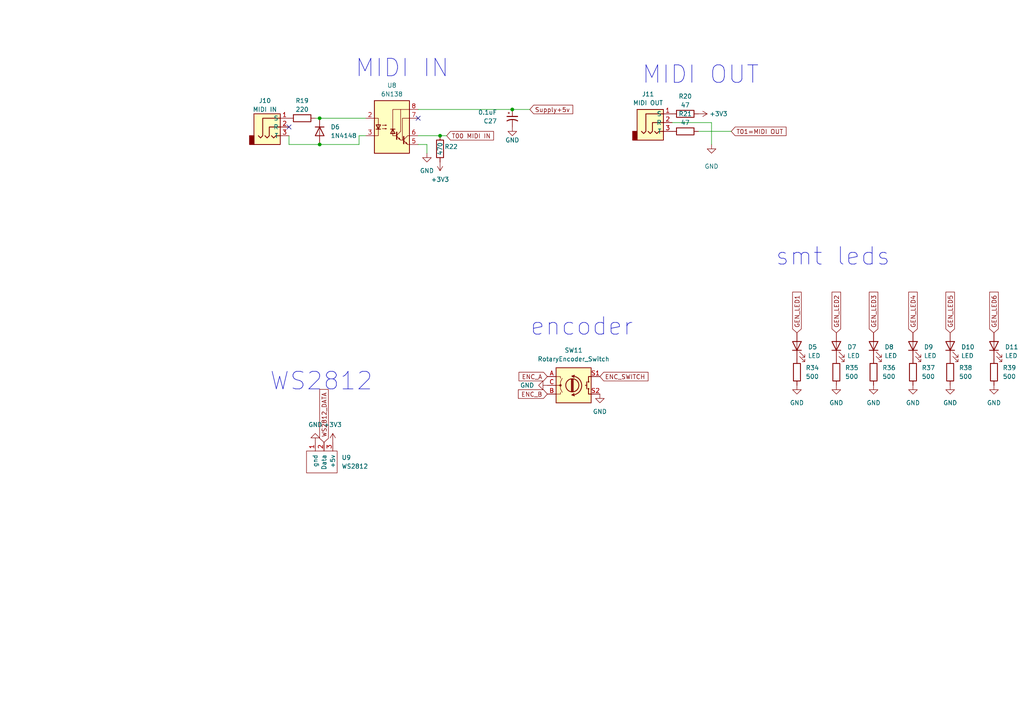
<source format=kicad_sch>
(kicad_sch (version 20211123) (generator eeschema)
  (paper "A4")
  (junction (at 278.13 -120.65))
  (junction (at -177.8 143.51))
  (junction (at -86.36 105.41))
  (junction (at 267.335 -84.455))
  (junction (at 122.555 -150.495))
  (junction (at -30.48 105.41))
  (junction (at 238.76 -66.04))
  (junction (at -60.96 -88.265))
  (junction (at 120.015 -150.495))
  (junction (at 504.825 88.265))
  (junction (at -154.94 161.29))
  (junction (at -154.94 133.35))
  (junction (at -168.275 125.73))
  (junction (at 467.36 128.27))
  (junction (at -73.025 105.41))
  (junction (at -40.005 27.94))
  (junction (at 127.635 39.37))
  (junction (at -100.965 128.27))
  (junction (at -57.785 105.41))
  (junction (at 454.66 90.17))
  (junction (at -144.78 147.32))
  (junction (at 92.71 34.29))
  (junction (at -100.965 135.89))
  (junction (at -40.005 20.32))
  (junction (at -55.245 -28.575))
  (junction (at 263.525 -168.91))
  (junction (at -88.9 128.27))
  (junction (at 170.815 -147.955))
  (junction (at -92.71 -88.265))
  (junction (at 272.415 -166.37))
  (junction (at 276.225 -120.65))
  (junction (at 429.895 -64.135))
  (junction (at -74.295 -88.265))
  (junction (at -60.325 -60.96))
  (junction (at 443.865 -56.515))
  (junction (at -73.66 -60.96))
  (junction (at -92.71 -60.96))
  (junction (at 408.305 131.445))
  (junction (at -40.005 12.7))
  (junction (at 247.65 -63.5))
  (junction (at -100.965 -60.96))
  (junction (at -132.715 161.29))
  (junction (at -55.245 20.32))
  (junction (at -177.8 125.73))
  (junction (at 280.035 -120.65))
  (junction (at 148.59 31.75))
  (junction (at 92.71 41.91))
  (junction (at 160.655 -145.415))
  (junction (at -264.795 135.89))
  (junction (at -264.795 140.97))
  (junction (at 409.575 90.805))
  (junction (at 360.045 90.805))
  (junction (at -51.435 -26.035))
  (junction (at -144.78 161.29))
  (junction (at -100.965 105.41))
  (junction (at -100.965 143.51))
  (junction (at -102.87 -88.265))
  (no_connect (at 121.285 34.29))
  (no_connect (at 380.365 -74.295))
  (no_connect (at 380.365 -71.755))
  (no_connect (at 413.385 -74.295))
  (no_connect (at 413.385 -69.215))
  (no_connect (at 413.385 -71.755))
  (no_connect (at 413.385 -61.595))
  (no_connect (at 83.82 36.83))
  (wire (pts (xy 387.985 -162.56) (xy 387.985 -172.72)))
  (wire (pts (xy -148.59 130.81) (xy -151.765 130.81)))
  (wire (pts (xy 445.77 -167.005) (xy 436.88 -167.005)))
  (wire (pts (xy 276.225 -133.35) (xy 276.225 -120.65)))
  (wire (pts (xy 230.505 -53.34) (xy 230.505 -50.8)))
  (wire (pts (xy -100.965 128.27) (xy -88.9 128.27)))
  (wire (pts (xy -69.85 -13.335) (xy -66.04 -13.335)))
  (wire (pts (xy 120.015 -150.495) (xy 122.555 -150.495)))
  (wire (pts (xy -182.245 125.73) (xy -177.8 125.73)))
  (wire (pts (xy 457.835 87.63) (xy 454.66 87.63)))
  (wire (pts (xy 375.285 -51.435) (xy 380.365 -51.435)))
  (wire (pts (xy -40.005 20.32) (xy -55.245 20.32)))
  (wire (pts (xy 411.48 128.905) (xy 408.305 128.905)))
  (wire (pts (xy 83.82 41.91) (xy 92.71 41.91)))
  (wire (pts (xy -264.795 139.7) (xy -264.795 140.97)))
  (wire (pts (xy 278.13 -130.81) (xy 278.13 -120.65)))
  (wire (pts (xy -151.765 130.81) (xy -151.765 147.32)))
  (wire (pts (xy -177.8 125.73) (xy -168.275 125.73)))
  (wire (pts (xy -166.37 133.35) (xy -154.94 133.35)))
  (wire (pts (xy -55.245 -28.575) (xy -43.18 -28.575)))
  (wire (pts (xy -151.765 147.32) (xy -144.78 147.32)))
  (wire (pts (xy -264.795 134.62) (xy -264.795 135.89)))
  (wire (pts (xy 153.035 -126.365) (xy 153.035 -135.255)))
  (wire (pts (xy 443.865 -56.515) (xy 446.405 -56.515)))
  (wire (pts (xy 113.665 -150.495) (xy 120.015 -150.495)))
  (wire (pts (xy -154.94 161.29) (xy -144.78 161.29)))
  (wire (pts (xy -90.805 -85.725) (xy -92.71 -85.725)))
  (wire (pts (xy -107.95 -20.955) (xy -107.95 -26.035)))
  (wire (pts (xy -57.785 105.41) (xy -30.48 105.41)))
  (wire (pts (xy 413.385 -64.135) (xy 429.895 -64.135)))
  (wire (pts (xy 153.035 -135.255) (xy 151.765 -135.255)))
  (wire (pts (xy -154.94 128.27) (xy -148.59 128.27)))
  (wire (pts (xy 464.82 -167.64) (xy 439.42 -167.64)))
  (wire (pts (xy 176.53 -147.955) (xy 170.815 -147.955)))
  (wire (pts (xy 276.225 -120.65) (xy 278.13 -120.65)))
  (wire (pts (xy 280.035 -120.65) (xy 297.815 -120.65)))
  (wire (pts (xy 103.505 -140.335) (xy 109.22 -140.335)))
  (wire (pts (xy -111.125 -20.955) (xy -107.95 -20.955)))
  (wire (pts (xy -73.66 234.95) (xy -67.31 234.95)))
  (wire (pts (xy -168.275 143.51) (xy -177.8 143.51)))
  (wire (pts (xy 464.82 -164.465) (xy 464.82 -167.64)))
  (wire (pts (xy -58.42 -60.96) (xy -60.325 -60.96)))
  (wire (pts (xy 413.385 -66.675) (xy 417.83 -66.675)))
  (wire (pts (xy -104.775 -88.265) (xy -102.87 -88.265)))
  (wire (pts (xy -103.505 -10.795) (xy -95.25 -10.795)))
  (wire (pts (xy 470.535 125.73) (xy 467.36 125.73)))
  (wire (pts (xy -73.66 -60.96) (xy -75.565 -60.96)))
  (wire (pts (xy 151.765 -127.635) (xy 151.765 -132.715)))
  (wire (pts (xy 372.11 -66.675) (xy 380.365 -66.675)))
  (wire (pts (xy -69.85 -8.255) (xy -60.96 -8.255)))
  (wire (pts (xy 387.985 -172.72) (xy 429.26 -172.72)))
  (wire (pts (xy 238.76 -66.04) (xy 254.635 -66.04)))
  (wire (pts (xy 274.32 -120.65) (xy 276.225 -120.65)))
  (wire (pts (xy 413.385 -56.515) (xy 443.865 -56.515)))
  (wire (pts (xy 121.285 31.75) (xy 148.59 31.75)))
  (wire (pts (xy -102.87 -88.265) (xy -92.71 -88.265)))
  (wire (pts (xy -268.605 135.89) (xy -264.795 135.89)))
  (wire (pts (xy -154.94 133.35) (xy -154.94 128.27)))
  (wire (pts (xy -108.585 127) (xy -115.57 127)))
  (wire (pts (xy 122.555 -150.495) (xy 123.825 -150.495)))
  (wire (pts (xy 122.555 -147.955) (xy 122.555 -150.495)))
  (wire (pts (xy -264.795 135.89) (xy -264.795 137.16)))
  (wire (pts (xy -122.555 -28.575) (xy -118.745 -28.575)))
  (wire (pts (xy 356.87 -53.975) (xy 364.49 -53.975)))
  (wire (pts (xy 439.42 -167.64) (xy 439.42 -173.99)))
  (wire (pts (xy -122.555 -13.335) (xy -118.745 -13.335)))
  (wire (pts (xy 121.285 41.91) (xy 123.825 41.91)))
  (wire (pts (xy 109.22 -140.335) (xy 109.22 -127.635)))
  (wire (pts (xy -85.09 -0.635) (xy -85.09 8.255)))
  (wire (pts (xy -122.555 161.29) (xy -122.555 142.875)))
  (wire (pts (xy -115.57 132.08) (xy -107.95 132.08)))
  (wire (pts (xy -281.305 149.86) (xy -272.415 149.86)))
  (wire (pts (xy 215.265 -58.42) (xy 215.265 -60.96)))
  (wire (pts (xy -166.37 157.48) (xy -166.37 161.29)))
  (wire (pts (xy 371.9168 -59.055) (xy 380.365 -59.055)))
  (wire (pts (xy 111.76 -142.875) (xy 123.825 -142.875)))
  (wire (pts (xy 267.335 -89.535) (xy 267.335 -84.455)))
  (wire (pts (xy -60.325 -60.96) (xy -73.66 -60.96)))
  (wire (pts (xy -92.71 -88.265) (xy -90.805 -88.265)))
  (wire (pts (xy -30.48 105.41) (xy -20.955 105.41)))
  (wire (pts (xy -100.965 -60.96) (xy -92.71 -60.96)))
  (wire (pts (xy 429.895 -64.135) (xy 433.705 -64.135)))
  (wire (pts (xy -102.87 -23.495) (xy -95.25 -23.495)))
  (wire (pts (xy 104.14 41.91) (xy 104.14 39.37)))
  (wire (pts (xy 106.68 -142.875) (xy 106.68 -126.365)))
  (wire (pts (xy 372.11 -61.595) (xy 380.365 -61.595)))
  (wire (pts (xy 170.815 -147.955) (xy 151.765 -147.955)))
  (wire (pts (xy -88.9 128.27) (xy -80.01 128.27)))
  (wire (pts (xy 109.855 -137.795) (xy 109.855 -137.16)))
  (wire (pts (xy 91.44 34.29) (xy 92.71 34.29)))
  (wire (pts (xy 236.22 -63.5) (xy 247.65 -63.5)))
  (wire (pts (xy -55.245 27.94) (xy -40.005 27.94)))
  (wire (pts (xy -69.85 -5.715) (xy -66.04 -5.715)))
  (wire (pts (xy 412.75 88.265) (xy 409.575 88.265)))
  (wire (pts (xy 206.375 35.56) (xy 206.375 41.91)))
  (wire (pts (xy 272.415 -166.37) (xy 280.035 -166.37)))
  (wire (pts (xy 110.49 -135.255) (xy 110.49 -137.795)))
  (wire (pts (xy 356.87 -59.055) (xy 364.2968 -59.055)))
  (wire (pts (xy 247.65 -63.5) (xy 254.635 -63.5)))
  (wire (pts (xy -92.71 -85.725) (xy -92.71 -88.265)))
  (wire (pts (xy 267.335 -84.455) (xy 267.335 -73.66)))
  (wire (pts (xy 356.87 -66.675) (xy 364.49 -66.675)))
  (wire (pts (xy 454.66 87.63) (xy 454.66 90.17)))
  (wire (pts (xy 267.335 -84.455) (xy 280.67 -84.455)))
  (wire (pts (xy 363.22 88.265) (xy 360.045 88.265)))
  (wire (pts (xy -50.8 -88.265) (xy -60.96 -88.265)))
  (wire (pts (xy -55.245 20.32) (xy -62.865 20.32)))
  (wire (pts (xy -177.8 140.97) (xy -177.8 143.51)))
  (wire (pts (xy -168.275 133.35) (xy -168.275 143.51)))
  (wire (pts (xy -102.87 -60.96) (xy -100.965 -60.96)))
  (wire (pts (xy 92.71 41.91) (xy 104.14 41.91)))
  (wire (pts (xy 261.62 -166.37) (xy 272.415 -166.37)))
  (wire (pts (xy 103.505 -130.175) (xy 111.76 -130.175)))
  (wire (pts (xy -287.655 147.32) (xy -279.4 147.32)))
  (wire (pts (xy 372.11 -56.515) (xy 380.365 -56.515)))
  (wire (pts (xy 426.72 -163.195) (xy 426.72 -171.45)))
  (wire (pts (xy -107.95 132.08) (xy -107.95 135.89)))
  (wire (pts (xy -55.245 12.7) (xy -40.005 12.7)))
  (wire (pts (xy -51.435 -26.035) (xy -43.18 -26.035)))
  (wire (pts (xy -40.005 27.94) (xy -29.845 27.94)))
  (wire (pts (xy -55.245 -28.575) (xy -55.245 -17.145)))
  (wire (pts (xy 92.71 34.29) (xy 106.045 34.29)))
  (wire (pts (xy 356.87 -56.515) (xy 364.49 -56.515)))
  (wire (pts (xy 483.235 -168.275) (xy 441.96 -168.275)))
  (wire (pts (xy -144.78 147.32) (xy -144.78 149.86)))
  (wire (pts (xy 280.035 -130.81) (xy 278.13 -130.81)))
  (wire (pts (xy 263.525 -168.91) (xy 280.035 -168.91)))
  (wire (pts (xy 360.045 90.805) (xy 363.22 90.805)))
  (wire (pts (xy -92.71 -60.96) (xy -90.805 -60.96)))
  (wire (pts (xy 103.505 -142.875) (xy 106.68 -142.875)))
  (wire (pts (xy -60.96 -88.265) (xy -74.295 -88.265)))
  (wire (pts (xy 212.09 38.1) (xy 202.565 38.1)))
  (wire (pts (xy 356.87 -69.215) (xy 364.49 -69.215)))
  (wire (pts (xy 160.655 -145.415) (xy 151.765 -145.415)))
  (wire (pts (xy 120.015 -145.415) (xy 120.015 -150.495)))
  (wire (pts (xy -62.23 -28.575) (xy -55.245 -28.575)))
  (wire (pts (xy -90.805 -58.42) (xy -92.71 -58.42)))
  (wire (pts (xy 238.125 -48.26) (xy 238.125 -43.18)))
  (wire (pts (xy 83.82 39.37) (xy 83.82 41.91)))
  (wire (pts (xy 356.87 -64.135) (xy 364.49 -64.135)))
  (wire (pts (xy 280.035 -128.27) (xy 280.035 -120.65)))
  (wire (pts (xy 441.96 -168.275) (xy 441.96 -173.99)))
  (wire (pts (xy -40.005 8.255) (xy -40.005 12.7)))
  (wire (pts (xy 109.22 -127.635) (xy 151.765 -127.635)))
  (wire (pts (xy -102.87 -23.495) (xy -102.87 -13.335)))
  (wire (pts (xy 103.505 -135.255) (xy 110.49 -135.255)))
  (wire (pts (xy 434.34 -171.45) (xy 434.34 -173.99)))
  (wire (pts (xy -69.85 -20.955) (xy -66.04 -20.955)))
  (wire (pts (xy -122.555 142.875) (xy -148.59 142.875)))
  (wire (pts (xy 413.385 -53.975) (xy 420.37 -53.975)))
  (wire (pts (xy 372.11 -69.215) (xy 380.365 -69.215)))
  (wire (pts (xy -85.09 8.255) (xy -66.04 8.255)))
  (wire (pts (xy -111.125 -28.575) (xy -95.25 -28.575)))
  (wire (pts (xy 408.94 -163.83) (xy 408.94 -172.085)))
  (wire (pts (xy 372.11 -53.975) (xy 380.365 -53.975)))
  (wire (pts (xy -144.78 157.48) (xy -144.78 161.29)))
  (wire (pts (xy 356.87 -61.595) (xy 364.49 -61.595)))
  (wire (pts (xy 103.505 -137.795) (xy 109.855 -137.795)))
  (wire (pts (xy 280.035 -133.35) (xy 276.225 -133.35)))
  (wire (pts (xy -100.965 143.51) (xy -88.9 143.51)))
  (wire (pts (xy -122.555 -20.955) (xy -118.745 -20.955)))
  (wire (pts (xy -88.9 143.51) (xy -88.9 135.89)))
  (wire (pts (xy 266.7 -146.05) (xy 280.035 -146.05)))
  (wire (pts (xy -60.96 -8.255) (xy -60.96 8.255)))
  (wire (pts (xy 409.575 90.805) (xy 412.75 90.805)))
  (wire (pts (xy 436.88 -167.005) (xy 436.88 -173.99)))
  (wire (pts (xy -154.94 149.86) (xy -154.94 133.35)))
  (wire (pts (xy 445.77 -162.56) (xy 445.77 -167.005)))
  (wire (pts (xy 176.53 -145.415) (xy 160.655 -145.415)))
  (wire (pts (xy 123.825 -147.955) (xy 122.555 -147.955)))
  (wire (pts (xy 408.305 128.905) (xy 408.305 131.445)))
  (wire (pts (xy -74.295 -88.265) (xy -75.565 -88.265)))
  (wire (pts (xy -144.78 147.32) (xy -132.715 147.32)))
  (wire (pts (xy -108.585 105.41) (xy -108.585 127)))
  (wire (pts (xy -100.965 105.41) (xy -86.36 105.41)))
  (wire (pts (xy -115.57 134.62) (xy -114.3 134.62)))
  (wire (pts (xy -268.605 140.97) (xy -264.795 140.97)))
  (wire (pts (xy -168.275 125.73) (xy -148.59 125.73)))
  (wire (pts (xy 372.11 -64.135) (xy 380.365 -64.135)))
  (wire (pts (xy -66.04 8.255) (xy -66.04 1.905)))
  (wire (pts (xy 111.125 -140.335) (xy 123.825 -140.335)))
  (wire (pts (xy 443.865 -56.515) (xy 443.865 -59.055)))
  (wire (pts (xy 278.13 -120.65) (xy 280.035 -120.65)))
  (wire (pts (xy -107.95 -26.035) (xy -95.25 -26.035)))
  (wire (pts (xy 103.505 -132.715) (xy 111.125 -132.715)))
  (wire (pts (xy 504.825 88.265) (xy 508 88.265)))
  (wire (pts (xy 429.26 -172.72) (xy 429.26 -173.99)))
  (wire (pts (xy 467.36 128.27) (xy 470.535 128.27)))
  (wire (pts (xy -51.435 -26.035) (xy -51.435 -11.43)))
  (wire (pts (xy 408.305 131.445) (xy 411.48 131.445)))
  (wire (pts (xy -148.59 142.875) (xy -148.59 133.35)))
  (wire (pts (xy 123.825 41.91) (xy 123.825 44.45)))
  (wire (pts (xy -86.36 105.41) (xy -73.025 105.41)))
  (wire (pts (xy 254.635 -58.42) (xy 215.265 -58.42)))
  (wire (pts (xy -102.87 -13.335) (xy -111.125 -13.335)))
  (wire (pts (xy 236.22 -66.04) (xy 238.76 -66.04)))
  (wire (pts (xy -92.71 -58.42) (xy -92.71 -60.96)))
  (wire (pts (xy -102.87 129.54) (xy -100.965 128.27)))
  (wire (pts (xy -166.37 161.29) (xy -154.94 161.29)))
  (wire (pts (xy 409.575 88.265) (xy 409.575 90.805)))
  (wire (pts (xy 109.855 -137.16) (xy 123.825 -137.16)))
  (wire (pts (xy 254.635 -53.34) (xy 230.505 -53.34)))
  (wire (pts (xy 123.825 -145.415) (xy 120.015 -145.415)))
  (wire (pts (xy -73.025 105.41) (xy -57.785 105.41)))
  (wire (pts (xy -62.23 -26.035) (xy -51.435 -26.035)))
  (wire (pts (xy 454.66 90.17) (xy 457.835 90.17)))
  (wire (pts (xy 408.94 -172.085) (xy 431.8 -172.085)))
  (wire (pts (xy 504.825 85.725) (xy 504.825 88.265)))
  (wire (pts (xy 254.635 -48.26) (xy 238.125 -48.26)))
  (wire (pts (xy 247.015 -43.18) (xy 254.635 -43.18)))
  (wire (pts (xy -132.715 158.75) (xy -132.715 161.29)))
  (wire (pts (xy 261.62 -168.91) (xy 263.525 -168.91)))
  (wire (pts (xy -154.94 157.48) (xy -154.94 161.29)))
  (wire (pts (xy 194.945 35.56) (xy 206.375 35.56)))
  (wire (pts (xy 104.14 39.37) (xy 106.045 39.37)))
  (wire (pts (xy -271.78 147.32) (xy -264.795 147.32)))
  (wire (pts (xy -100.965 105.41) (xy -108.585 105.41)))
  (wire (pts (xy 123.825 -137.16) (xy 123.825 -135.255)))
  (wire (pts (xy 431.8 -172.085) (xy 431.8 -173.99)))
  (wire (pts (xy 106.68 -126.365) (xy 153.035 -126.365)))
  (wire (pts (xy -114.3 134.62) (xy -114.3 135.89)))
  (wire (pts (xy 111.76 -130.175) (xy 111.76 -142.875)))
  (wire (pts (xy 426.72 -171.45) (xy 434.34 -171.45)))
  (wire (pts (xy 111.125 -132.715) (xy 111.125 -140.335)))
  (wire (pts (xy 121.285 39.37) (xy 127.635 39.37)))
  (wire (pts (xy -144.78 161.29) (xy -132.715 161.29)))
  (wire (pts (xy 467.36 125.73) (xy 467.36 128.27)))
  (wire (pts (xy 148.59 31.75) (xy 153.67 31.75)))
  (wire (pts (xy 360.045 88.265) (xy 360.045 90.805)))
  (wire (pts (xy 508 85.725) (xy 504.825 85.725)))
  (wire (pts (xy -166.37 149.86) (xy -166.37 133.35)))
  (wire (pts (xy -264.795 140.97) (xy -264.795 142.24)))
  (wire (pts (xy -107.95 135.89) (xy -100.965 135.89)))
  (wire (pts (xy 127.635 39.37) (xy 129.54 39.37)))
  (wire (pts (xy -177.8 143.51) (xy -177.8 145.415)))
  (wire (pts (xy -132.715 161.29) (xy -122.555 161.29)))
  (wire (pts (xy 483.235 -164.465) (xy 483.235 -168.275)))
  (wire (pts (xy -60.96 8.255) (xy -40.005 8.255)))
  (wire (pts (xy -132.715 151.13) (xy -132.715 147.32)))
  (wire (pts (xy 110.49 -137.795) (xy 123.825 -137.795)))
  (text "battery charge and 5v reg" (at -167.005 97.79 0) (effects (font (size 6.35 6.35)) (justify left bottom)))
  (text "MIDI IN" (at 102.87 22.86 0) (effects (font (size 5.08 5.08)) (justify left bottom)))
  (text "MPR121" (at 244.475 -99.06 0) (effects (font (size 6.35 6.35)) (justify left bottom)))
  (text "PCA9554APW,118 IE EXP" (at 100.965 -161.29 0) (effects (font (size 6.35 6.35)) (justify left bottom)))
  (text "Cap touch banks" (at 380.365 36.195 0) (effects (font (size 6.35 6.35)) (justify left bottom)))
  (text "encoder" (at 153.67 97.79 0) (effects (font (size 5.08 5.08)) (justify left bottom)))
  (text "microSD" (at 31.115 -67.31 0) (effects (font (size 6.35 6.35)) (justify left bottom)))
  (text "MCP23017" (at 274.32 -185.42 0) (effects (font (size 6.35 6.35)) (justify left bottom)))
  (text "smt leds" (at 224.79 77.47 0) (effects (font (size 5.08 5.08)) (justify left bottom)))
  (text "OLED HEADER" (at -95.25 224.155 0) (effects (font (size 6.35 6.35)) (justify left bottom)))
  (text "QTouch" (at 379.73 -86.995 0) (effects (font (size 6.35 6.35)) (justify left bottom)))
  (text "CapSense" (at 484.505 -92.71 0) (effects (font (size 6.35 6.35)) (justify left bottom)))
  (text "WS2812" (at 78.105 113.665 0) (effects (font (size 5.08 5.08)) (justify left bottom)))
  (text "MIDI OUT" (at 186.055 24.765 0) (effects (font (size 5.08 5.08)) (justify left bottom)))
  (text "USB-C input" (at -280.67 104.775 0) (effects (font (size 6.35 6.35)) (justify left bottom)))
  (text "DAC - PCM5102A" (at -118.745 -97.79 0) (effects (font (size 6.35 6.35)) (justify left bottom)))
  (global_label "USB_Vin5v" (shape input) (at -182.245 125.73 180) (property "Intersheet References" "${INTERSHEET_REFS}" (effects hide)))
  (global_label "A3v3" (shape input) (at -62.865 20.32 180) (property "Intersheet References" "${INTERSHEET_REFS}" (effects hide)))
  (global_label "USB data in -" (shape input) (at -268.605 140.97 180) (property "Intersheet References" "${INTERSHEET_REFS}" (effects hide)))
  (global_label "USB data in -" (shape input) (at -191.77 -17.145 0) (property "Intersheet References" "${INTERSHEET_REFS}" (effects hide)))
  (global_label "I2C_SCL" (shape input) (at 176.53 -145.415 0) (property "Intersheet References" "${INTERSHEET_REFS}" (effects hide)))
  (global_label "D3v3" (shape input) (at -50.8 -88.265 0) (property "Intersheet References" "${INTERSHEET_REFS}" (effects hide)))
  (global_label "D3v3" (shape input) (at -82.55 -33.655 90) (property "Intersheet References" "${INTERSHEET_REFS}" (effects hide)))
  (global_label "ENC_B" (shape input) (at -191.77 0.635 0) (property "Intersheet References" "${INTERSHEET_REFS}" (effects hide)))
  (global_label "OLED_CS" (shape input) (at -67.31 247.65 180) (property "Intersheet References" "${INTERSHEET_REFS}" (effects hide)))
  (global_label "I2S_DIN" (shape input) (at -247.65 -67.31 180) (property "Intersheet References" "${INTERSHEET_REFS}" (effects hide)))
  (global_label "SDIO_CS" (shape input) (at 45.72 -24.765 180) (property "Intersheet References" "${INTERSHEET_REFS}" (effects hide)))
  (global_label "I2S_LRCK" (shape input) (at -247.65 -62.23 180) (property "Intersheet References" "${INTERSHEET_REFS}" (effects hide)))
  (global_label "SDIO_MOSI" (shape input) (at -247.65 -33.02 180) (property "Intersheet References" "${INTERSHEET_REFS}" (effects hide)))
  (global_label "GEN_LED5" (shape input) (at 275.59 96.52 90) (property "Intersheet References" "${INTERSHEET_REFS}" (effects hide)))
  (global_label "I2C_SDA" (shape input) (at 236.22 -66.04 180) (property "Intersheet References" "${INTERSHEET_REFS}" (effects hide)))
  (global_label "SDIO_MISO" (shape input) (at 45.72 -37.465 180) (property "Intersheet References" "${INTERSHEET_REFS}" (effects hide)))
  (global_label "OLED_RES" (shape input) (at -191.77 3.175 0) (property "Intersheet References" "${INTERSHEET_REFS}" (effects hide)))
  (global_label "GEN_LED3" (shape input) (at -247.65 8.89 180) (property "Intersheet References" "${INTERSHEET_REFS}" (effects hide)))
  (global_label "USB data in +" (shape input) (at -268.605 135.89 180) (property "Intersheet References" "${INTERSHEET_REFS}" (effects hide)))
  (global_label "SDIO_CS" (shape input) (at -247.65 -22.86 180) (property "Intersheet References" "${INTERSHEET_REFS}" (effects hide)))
  (global_label "SPI0_SCK" (shape input) (at -247.65 -15.24 180) (property "Intersheet References" "${INTERSHEET_REFS}" (effects hide)))
  (global_label "ENC_SWITCH" (shape input) (at -191.77 -4.445 0) (property "Intersheet References" "${INTERSHEET_REFS}" (effects hide)))
  (global_label "Batt+" (shape input) (at -48.895 132.08 90) (property "Intersheet References" "${INTERSHEET_REFS}" (effects hide)))
  (global_label "ENC_A" (shape input) (at 158.75 109.22 180) (property "Intersheet References" "${INTERSHEET_REFS}" (effects hide)))
  (global_label "WS2812_DATA" (shape input) (at -247.65 21.59 180) (property "Intersheet References" "${INTERSHEET_REFS}" (effects hide)))
  (global_label "T00 MIDI IN" (shape input) (at 129.54 39.37 0) (property "Intersheet References" "${INTERSHEET_REFS}" (effects hide)))
  (global_label "I2C_SCL" (shape input) (at 433.705 -64.135 90) (property "Intersheet References" "${INTERSHEET_REFS}" (effects hide)))
  (global_label "I2C_SCL" (shape input) (at 236.22 -63.5 180) (property "Intersheet References" "${INTERSHEET_REFS}" (effects hide)))
  (global_label "T01=MIDI OUT" (shape input) (at 212.09 38.1 0) (property "Intersheet References" "${INTERSHEET_REFS}" (effects hide)))
  (global_label "ENC_SWITCH" (shape input) (at 173.99 109.22 0) (property "Intersheet References" "${INTERSHEET_REFS}" (effects hide)))
  (global_label "I2C_SDA" (shape input) (at 176.53 -147.955 0) (property "Intersheet References" "${INTERSHEET_REFS}" (effects hide)))
  (global_label "A3v3" (shape input) (at -80.01 -33.655 90) (property "Intersheet References" "${INTERSHEET_REFS}" (effects hide)))
  (global_label "T00 MIDI IN" (shape input) (at -247.65 19.05 180) (property "Intersheet References" "${INTERSHEET_REFS}" (effects hide)))
  (global_label "Supply+5v" (shape input) (at -20.955 105.41 0) (property "Intersheet References" "${INTERSHEET_REFS}" (effects hide)))
  (global_label "I2C_SCL" (shape input) (at 261.62 -166.37 180) (property "Intersheet References" "${INTERSHEET_REFS}" (effects hide)))
  (global_label "SDIO_MOSI" (shape input) (at -247.65 -12.7 180) (property "Intersheet References" "${INTERSHEET_REFS}" (effects hide)))
  (global_label "Supply+5v" (shape input) (at 153.67 31.75 0) (property "Intersheet References" "${INTERSHEET_REFS}" (effects hide)))
  (global_label "GEN_LED3" (shape input) (at 253.365 96.52 90) (property "Intersheet References" "${INTERSHEET_REFS}" (effects hide)))
  (global_label "I2C_SCL" (shape input) (at -247.65 -52.705 180) (property "Intersheet References" "${INTERSHEET_REFS}" (effects hide)))
  (global_label "OLED_DC" (shape input) (at -191.77 5.715 0) (property "Intersheet References" "${INTERSHEET_REFS}" (effects hide)))
  (global_label "D3v3" (shape input) (at -103.505 -10.795 180) (property "Intersheet References" "${INTERSHEET_REFS}" (effects hide)))
  (global_label "I2S_BCK" (shape input) (at -122.555 -13.335 180) (property "Intersheet References" "${INTERSHEET_REFS}" (effects hide)))
  (global_label "OLED_RES" (shape input) (at -67.31 242.57 180) (property "Intersheet References" "${INTERSHEET_REFS}" (effects hide)))
  (global_label "USB_Vin5v" (shape input) (at -264.795 154.94 180) (property "Intersheet References" "${INTERSHEET_REFS}" (effects hide)))
  (global_label "I2S_BCK" (shape input) (at -247.65 -59.69 180) (property "Intersheet References" "${INTERSHEET_REFS}" (effects hide)))
  (global_label "OLED_CS" (shape input) (at -247.65 -7.62 180) (property "Intersheet References" "${INTERSHEET_REFS}" (effects hide)))
  (global_label "GEN_LED5" (shape input) (at -191.77 10.795 0) (property "Intersheet References" "${INTERSHEET_REFS}" (effects hide)))
  (global_label "GEN_LED1" (shape input) (at 231.14 96.52 90) (property "Intersheet References" "${INTERSHEET_REFS}" (effects hide)))
  (global_label "GEN_LED6" (shape input) (at -191.77 13.335 0) (property "Intersheet References" "${INTERSHEET_REFS}" (effects hide)))
  (global_label "SDIO_CLOCK" (shape input) (at 45.72 -32.385 180) (property "Intersheet References" "${INTERSHEET_REFS}" (effects hide)))
  (global_label "GEN_LED2" (shape input) (at 242.57 96.52 90) (property "Intersheet References" "${INTERSHEET_REFS}" (effects hide)))
  (global_label "A3v3" (shape input) (at -85.09 -33.655 90) (property "Intersheet References" "${INTERSHEET_REFS}" (effects hide)))
  (global_label "Batt+" (shape input) (at -80.01 128.27 0) (property "Intersheet References" "${INTERSHEET_REFS}" (effects hide)))
  (global_label "OLED_DC" (shape input) (at -67.31 245.11 180) (property "Intersheet References" "${INTERSHEET_REFS}" (effects hide)))
  (global_label "T01=MIDI OUT" (shape input) (at -247.65 16.51 180) (property "Intersheet References" "${INTERSHEET_REFS}" (effects hide)))
  (global_label "SDIO_MISO" (shape input) (at -247.65 -30.48 180) (property "Intersheet References" "${INTERSHEET_REFS}" (effects hide)))
  (global_label "Supply+5v" (shape input) (at -191.77 -12.065 0) (property "Intersheet References" "${INTERSHEET_REFS}" (effects hide)))
  (global_label "ENC_B" (shape input) (at 158.75 114.3 180) (property "Intersheet References" "${INTERSHEET_REFS}" (effects hide)))
  (global_label "GEN_LED6" (shape input) (at 288.29 96.52 90) (property "Intersheet References" "${INTERSHEET_REFS}" (effects hide)))
  (global_label "SPI0_SCK" (shape input) (at -67.31 237.49 180) (property "Intersheet References" "${INTERSHEET_REFS}" (effects hide)))
  (global_label "GEN_LED1" (shape input) (at -247.65 6.35 180) (property "Intersheet References" "${INTERSHEET_REFS}" (effects hide)))
  (global_label "I2C_SDA" (shape input) (at 446.405 -56.515 0) (property "Intersheet References" "${INTERSHEET_REFS}" (effects hide)))
  (global_label "WS2812_DATA" (shape input) (at 93.98 128.27 90) (property "Intersheet References" "${INTERSHEET_REFS}" (effects hide)))
  (global_label "SPI0_MOSI" (shape input) (at -67.31 240.03 180) (property "Intersheet References" "${INTERSHEET_REFS}" (effects hide)))
  (global_label "ENC_A" (shape input) (at -191.77 -1.905 0) (property "Intersheet References" "${INTERSHEET_REFS}" (effects hide)))
  (global_label "SDIO_CLOCK" (shape input) (at -247.65 -35.56 180) (property "Intersheet References" "${INTERSHEET_REFS}" (effects hide)))
  (global_label "GEN_LED4" (shape input) (at -247.65 11.43 180) (property "Intersheet References" "${INTERSHEET_REFS}" (effects hide)))
  (global_label "I2S_DIN" (shape input) (at -122.555 -20.955 180) (property "Intersheet References" "${INTERSHEET_REFS}" (effects hide)))
  (global_label "I2C_SDA" (shape input) (at -247.65 -50.165 180) (property "Intersheet References" "${INTERSHEET_REFS}" (effects hide)))
  (global_label "A3v3" (shape input) (at -58.42 -60.96 0) (property "Intersheet References" "${INTERSHEET_REFS}" (effects hide)))
  (global_label "USB data in +" (shape input) (at -191.77 -14.605 0) (property "Intersheet References" "${INTERSHEET_REFS}" (effects hide)))
  (global_label "GEN_LED2" (shape input) (at -247.65 3.81 180) (property "Intersheet References" "${INTERSHEET_REFS}" (effects hide)))
  (global_label "SDIO_MOSI" (shape input) (at 45.72 -27.305 180) (property "Intersheet References" "${INTERSHEET_REFS}" (effects hide)))
  (global_label "I2S_LRCK" (shape input) (at -122.555 -28.575 180) (property "Intersheet References" "${INTERSHEET_REFS}" (effects hide)))
  (global_label "GEN_LED4" (shape input) (at 264.795 96.52 90) (property "Intersheet References" "${INTERSHEET_REFS}" (effects hide)))
  (global_label "I2C_SDA" (shape input) (at 261.62 -168.91 180) (property "Intersheet References" "${INTERSHEET_REFS}" (effects hide)))
  (symbol (lib_id "power:GND") (at 206.375 41.91 0) (unit 1)
    (property "Reference" "#PWR0166" (effects hide))
    (property "Value" "GND" (at 206.375 48.26 0))
  )
  (symbol (lib_id "Device:R") (at 87.63 34.29 90) (unit 1)
    (property "Reference" "R19" (at 87.63 29.21 90))
    (property "Value" "220" (at 87.63 31.75 90))
    (property "Footprint" "Resistor_SMD:R_0805_2012Metric" (effects hide))
  )
  (symbol (lib_id "power:GND") (at 445.77 -152.4 0) (unit 1)
    (property "Reference" "#PWR0187" (effects hide))
    (property "Value" "GND" (at 445.77 -146.05 0))
  )
  (symbol (lib_id "Device:C") (at 247.015 -39.37 0) (unit 1)
    (property "Reference" "C24" (at 251.46 -40.6401 0) (effects (justify left)))
    (property "Value" "0.1uF" (at 251.46 -38.1001 0) (effects (justify left)))
    (property "Footprint" "Capacitor_SMD:C_0402_1005Metric" (effects hide))
  )
  (symbol (lib_id "power:+3.3V") (at 272.415 -173.99 0) (unit 1)
    (property "Reference" "#PWR0158" (effects hide))
    (property "Value" "+3.3V" (at 274.955 -175.2601 0) (effects (justify left)))
  )
  (symbol (lib_id "power:+3.3V") (at 443.865 -66.675 0) (unit 1)
    (property "Reference" "#PWR0194" (effects hide))
    (property "Value" "+3.3V" (at 446.405 -67.9451 0) (effects (justify left)))
  )
  (symbol (lib_id "power:GND") (at -191.77 -45.72 90) (unit 1)
    (property "Reference" "#PWR0129" (effects hide))
    (property "Value" "GND" (at -188.595 -45.7201 90) (effects (justify right)))
  )
  (symbol (lib_id "clarinoid2:SSD1306") (at -62.23 240.03 0) (unit 1)
    (property "Reference" "J12" (at -54.61 238.7599 0) (effects (justify left)))
    (property "Value" "SSD1306" (at -54.61 241.2999 0) (effects (justify left)))
    (property "Footprint" "clarinoid2:solder point DIP 1x7" (effects hide))
  )
  (symbol (lib_id "power:GND") (at -249.555 116.84 180) (unit 1)
    (property "Reference" "#PWR0135" (effects hide))
    (property "Value" "GND" (at -249.555 112.395 0))
  )
  (symbol (lib_id "Device:LED") (at 288.29 100.33 90) (unit 1)
    (property "Reference" "D11" (at 291.465 100.6474 90) (effects (justify right)))
    (property "Value" "LED" (at 291.465 103.1874 90) (effects (justify right)))
    (property "Footprint" "LED_SMD:LED_0603_1608Metric" (effects hide))
  )
  (symbol (lib_id "power:GND") (at -60.325 -53.34 0) (unit 1)
    (property "Reference" "#PWR0105" (effects hide))
    (property "Value" "GND" (at -60.325 -47.625 0))
  )
  (symbol (lib_id "Device:R") (at 272.415 -170.18 180) (unit 1)
    (property "Reference" "R16" (at 274.955 -171.4501 0) (effects (justify right)))
    (property "Value" "10k" (at 274.955 -168.9101 0) (effects (justify right)))
    (property "Footprint" "Resistor_SMD:R_0402_1005Metric" (effects hide))
  )
  (symbol (lib_id "clarinoid2:Atmel QTouch AT42QT2120-XU - COMM mode") (at 380.365 -74.295 0) (unit 1)
    (property "Reference" "IC3" (at 396.875 -80.645 0))
    (property "Value" "AT42QT2120-XU" (at 396.875 -78.105 0))
    (property "Footprint" "SamacSys_Parts:SOP65P638X120-20N" (effects hide))
    (property "Datasheet" "https://datasheet.datasheetarchive.com/originals/distributors/Datasheets_SAMA/b06c04b230a742e25e8a987767066aef.pdf" (effects hide))
  )
  (symbol (lib_id "Device:R") (at 368.3 -66.675 90) (unit 1)
    (property "Reference" "R26" (at 368.3 -71.12 90))
    (property "Value" "4.7k" (at 368.3 -68.58 90))
    (property "Footprint" "Resistor_SMD:R_0402_1005Metric" (effects hide))
  )
  (symbol (lib_id "Device:R") (at 215.265 -64.77 180) (unit 1)
    (property "Reference" "R4" (at 217.805 -66.0401 0) (effects (justify right)))
    (property "Value" "10k" (at 217.805 -63.5001 0) (effects (justify right)))
    (property "Footprint" "Resistor_SMD:R_0402_1005Metric" (effects hide))
  )
  (symbol (lib_id "Device:R") (at -114.935 -13.335 90) (unit 1)
    (property "Reference" "R3" (at -114.935 -18.415 90))
    (property "Value" "22" (at -114.935 -15.875 90))
    (property "Footprint" "Resistor_SMD:R_0402_1005Metric" (effects hide))
  )
  (symbol (lib_id "power:GND") (at -80.01 -0.635 0) (unit 1)
    (property "Reference" "#PWR0112" (effects hide))
    (property "Value" "GND" (at -76.2 0.6349 0) (effects (justify left)))
  )
  (symbol (lib_id "Device:C") (at -40.005 24.13 0) (unit 1)
    (property "Reference" "C14" (at -35.56 22.8599 0) (effects (justify left)))
    (property "Value" "10uF" (at -35.56 25.3999 0) (effects (justify left)))
    (property "Footprint" "Capacitor_SMD:C_0402_1005Metric" (effects hide))
  )
  (symbol (lib_id "Connector_Generic:Conn_01x07") (at 499.11 -24.765 0) (unit 1)
    (property "Reference" "J17" (at 502.285 -26.0351 0) (effects (justify left)))
    (property "Value" "touch_conn_qtouch" (at 502.285 -23.4951 0) (effects (justify left)))
    (property "Footprint" "clarinoid2:solder point DIP 1x7" (effects hide))
  )
  (symbol (lib_id "power:GND") (at 288.29 111.76 0) (unit 1)
    (property "Reference" "#PWR0204" (effects hide))
    (property "Value" "GND" (at 288.29 116.84 0))
  )
  (symbol (lib_id "power:+3.3V") (at 266.7 -153.67 0) (unit 1)
    (property "Reference" "#PWR0174" (effects hide))
    (property "Value" "+3.3V" (at 269.24 -154.9401 0) (effects (justify left)))
  )
  (symbol (lib_id "power:GND") (at 242.57 111.76 0) (unit 1)
    (property "Reference" "#PWR0201" (effects hide))
    (property "Value" "GND" (at 242.57 116.84 0))
  )
  (symbol (lib_id "clarinoid2:CapTouchSlider_8") (at 368.3 80.645 0) (unit 1)
    (property "Reference" "J4" (at 381.635 80.6449 0) (effects (justify left)))
    (property "Value" "CapTouchSlider_8" (at 381.635 83.1849 0) (effects (justify left)))
    (property "Footprint" "CapTouchSliders:CaptouchSlider_Masked_x8_2pt_12x6x6x0.5mm" (effects hide))
  )
  (symbol (lib_id "power:GND") (at -100.965 -53.34 0) (unit 1)
    (property "Reference" "#PWR0102" (effects hide))
    (property "Value" "GND" (at -100.965 -47.625 0))
  )
  (symbol (lib_id "Device:C") (at -102.87 -84.455 0) (unit 1)
    (property "Reference" "C2" (at -98.425 -85.7251 0) (effects (justify left)))
    (property "Value" "0.1uF" (at -98.425 -83.1851 0) (effects (justify left)))
    (property "Footprint" "Capacitor_SMD:C_0402_1005Metric" (effects hide))
  )
  (symbol (lib_id "power:GND") (at -100.965 113.03 0) (unit 1)
    (property "Reference" "#PWR0134" (effects hide))
    (property "Value" "GND" (at -100.965 118.11 0))
  )
  (symbol (lib_id "power:GND") (at -67.31 232.41 270) (unit 1)
    (property "Reference" "#PWR0155" (effects hide))
    (property "Value" "GND" (at -69.85 232.4099 90) (effects (justify right)))
  )
  (symbol (lib_id "Device:R") (at -66.04 -28.575 90) (unit 1)
    (property "Reference" "R5" (at -66.04 -33.655 90))
    (property "Value" "470" (at -66.04 -31.115 90))
    (property "Footprint" "Resistor_SMD:R_0402_1005Metric" (effects hide))
  )
  (symbol (lib_id "power:GND") (at -57.785 113.03 0) (unit 1)
    (property "Reference" "#PWR0139" (effects hide))
    (property "Value" "GND" (at -57.785 118.11 0))
  )
  (symbol (lib_id "Connector_Generic:Conn_01x07") (at 285.115 -60.96 0) (unit 1)
    (property "Reference" "J14" (at 288.29 -62.2301 0) (effects (justify left)))
    (property "Value" "touch_conn_mpr121" (at 288.29 -59.6901 0) (effects (justify left)))
    (property "Footprint" "clarinoid2:solder point DIP 1x7" (effects hide))
  )
  (symbol (lib_id "Device:R") (at 429.895 -67.945 180) (unit 1)
    (property "Reference" "R32" (at 432.435 -69.2151 0) (effects (justify right)))
    (property "Value" "10k" (at 432.435 -66.6751 0) (effects (justify right)))
    (property "Footprint" "Resistor_SMD:R_0402_1005Metric" (effects hide))
  )
  (symbol (lib_id "power:GND") (at -95.25 -13.335 270) (unit 1)
    (property "Reference" "#PWR0118" (effects hide))
    (property "Value" "GND" (at -92.71 -13.3351 90) (effects (justify left)))
  )
  (symbol (lib_id "power:GND") (at 231.14 111.76 0) (unit 1)
    (property "Reference" "#PWR0202" (effects hide))
    (property "Value" "GND" (at 231.14 116.84 0))
  )
  (symbol (lib_id "Switch:SW_Push") (at 426.72 -158.115 90) (unit 1)
    (property "Reference" "SW4" (at 429.895 -159.3851 90) (effects (justify right)))
    (property "Value" "SW_Push" (at 429.895 -156.8451 90) (effects (justify right)))
    (property "Footprint" "SamacSys_Parts:B3F-4055" (effects hide))
  )
  (symbol (lib_id "clarinoid2:Molex microSD 503398-1892") (at 63.5 -36.195 180) (unit 1)
    (property "Reference" "J3" (at 73.025 -36.1951 0) (effects (justify right)))
    (property "Value" "Molex microSD 503398-1892" (at 73.025 -33.6551 0) (effects (justify right)))
    (property "Footprint" "clarinoid2:MOLEX_503398-1892" (effects hide))
  )
  (symbol (lib_id "power:+3.3V") (at 215.265 -68.58 0) (unit 1)
    (property "Reference" "#PWR0153" (effects hide))
    (property "Value" "+3.3V" (at 217.805 -69.8501 0) (effects (justify left)))
  )
  (symbol (lib_id "clarinoid2:CapTouchSlider_8") (at 462.915 80.01 0) (unit 1)
    (property "Reference" "J7" (at 476.25 80.0099 0) (effects (justify left)))
    (property "Value" "CapTouchSlider_8" (at 476.25 82.5499 0) (effects (justify left)))
    (property "Footprint" "CapTouchSliders:CaptouchSlider_Masked_x8_2pt_12x6x6x2.0mm" (effects hide))
  )
  (symbol (lib_id "Audio:PCM5102") (at -82.55 -18.415 0) (unit 1)
    (property "Reference" "U1" (at -77.9906 -34.925 0) (effects (justify left)))
    (property "Value" "PCM5102" (at -77.9906 -32.385 0) (effects (justify left)))
    (property "Footprint" "Package_SO:TSSOP-20_4.4x6.5mm_P0.65mm" (effects hide))
    (property "Datasheet" "http://www.ti.com/lit/ds/symlink/pcm5102.pdf" (effects hide))
  )
  (symbol (lib_id "Device:R") (at 275.59 107.95 0) (unit 1)
    (property "Reference" "R38" (at 278.13 106.6799 0) (effects (justify left)))
    (property "Value" "500" (at 278.13 109.2199 0) (effects (justify left)))
    (property "Footprint" "Resistor_SMD:R_0402_1005Metric" (effects hide))
  )
  (symbol (lib_id "power:+3.3V") (at 429.895 -71.755 0) (unit 1)
    (property "Reference" "#PWR0196" (effects hide))
    (property "Value" "+3.3V" (at 432.435 -73.0251 0) (effects (justify left)))
  )
  (symbol (lib_id "Switch:SW_Push") (at 348.615 53.975 0) (unit 1)
    (property "Reference" "SW8" (at 348.615 47.625 0))
    (property "Value" "SW_Push" (at 348.615 50.165 0))
    (property "Footprint" "clarinoid2:MB2511S2G45" (effects hide))
  )
  (symbol (lib_id "Device:C") (at -88.9 132.08 0) (unit 1)
    (property "Reference" "C19" (at -84.455 130.8099 0) (effects (justify left)))
    (property "Value" "22uF" (at -84.455 133.3499 0) (effects (justify left)))
    (property "Footprint" "Capacitor_SMD:C_0402_1005Metric" (effects hide))
  )
  (symbol (lib_id "Device:C") (at -40.005 16.51 0) (unit 1)
    (property "Reference" "C13" (at -34.925 15.2399 0) (effects (justify left)))
    (property "Value" "0.1uF" (at -34.925 17.7799 0) (effects (justify left)))
    (property "Footprint" "Capacitor_SMD:C_0402_1005Metric" (effects hide))
  )
  (symbol (lib_id "Device:R") (at 231.14 107.95 0) (unit 1)
    (property "Reference" "R34" (at 233.68 106.6799 0) (effects (justify left)))
    (property "Value" "500" (at 233.68 109.2199 0) (effects (justify left)))
    (property "Footprint" "Resistor_SMD:R_0402_1005Metric" (effects hide))
  )
  (symbol (lib_id "power:GND") (at 123.825 -132.715 270) (unit 1)
    (property "Reference" "#PWR0121" (effects hide))
    (property "Value" "GND" (at 120.65 -132.7151 90) (effects (justify right)))
  )
  (symbol (lib_id "power:GND") (at -82.55 -0.635 0) (unit 1)
    (property "Reference" "#PWR0111" (effects hide))
    (property "Value" "GND" (at -82.55 5.08 0))
  )
  (symbol (lib_id "Switch:SW_Push") (at 445.77 -157.48 90) (unit 1)
    (property "Reference" "SW5" (at 448.945 -158.7501 90) (effects (justify right)))
    (property "Value" "SW_Push" (at 448.945 -156.2101 90) (effects (justify right)))
    (property "Footprint" "SamacSys_Parts:B3F-4055" (effects hide))
  )
  (symbol (lib_id "power:GND") (at 280.67 -76.835 0) (unit 1)
    (property "Reference" "#PWR0160" (effects hide))
    (property "Value" "GND" (at 282.575 -75.5651 0) (effects (justify left)))
  )
  (symbol (lib_id "power:GND") (at -241.935 116.84 180) (unit 1)
    (property "Reference" "#PWR0136" (effects hide))
    (property "Value" "GND" (at -241.935 112.395 0))
  )
  (symbol (lib_id "Device:LED") (at 253.365 100.33 90) (unit 1)
    (property "Reference" "D8" (at 256.54 100.6474 90) (effects (justify right)))
    (property "Value" "LED" (at 256.54 103.1874 90) (effects (justify right)))
    (property "Footprint" "LED_SMD:LED_0603_1608Metric" (effects hide))
  )
  (symbol (lib_id "Connector_Generic:Conn_01x06") (at 98.425 -135.255 180) (unit 1)
    (property "Reference" "J13" (at 98.425 -147.955 0))
    (property "Value" "conn_buttons_PCA9554" (at 98.425 -145.415 0))
    (property "Footprint" "clarinoid2:solder point DIP 1x6" (effects hide))
  )
  (symbol (lib_id "Device:R") (at 263.525 -172.72 180) (unit 1)
    (property "Reference" "R15" (at 266.065 -173.9901 0) (effects (justify right)))
    (property "Value" "10k" (at 266.065 -171.4501 0) (effects (justify right)))
    (property "Footprint" "Resistor_SMD:R_0402_1005Metric" (effects hide))
  )
  (symbol (lib_id "Interface_Expansion:MCP23017_SP") (at 297.815 -148.59 0) (unit 1)
    (property "Reference" "U6" (at 299.8344 -175.26 0) (effects (justify left)))
    (property "Value" "MCP23017_SP" (at 299.8344 -172.72 0) (effects (justify left)))
    (property "Footprint" "Package_DIP:DIP-28_W7.62mm" (effects hide))
    (property "Datasheet" "http://ww1.microchip.com/downloads/en/DeviceDoc/20001952C.pdf" (effects hide))
  )
  (symbol (lib_id "Device:C_Polarized_Small_US") (at 148.59 34.29 0) (unit 1)
    (property "Reference" "C27" (at 144.145 35.1283 0) (effects (justify right)))
    (property "Value" "0.1uF" (at 144.145 32.5883 0) (effects (justify right)))
    (property "Footprint" "Capacitor_SMD:C_0603_1608Metric" (effects hide))
  )
  (symbol (lib_id "Device:C") (at -73.025 109.22 0) (unit 1)
    (property "Reference" "C21" (at -67.945 107.9499 0) (effects (justify left)))
    (property "Value" "22uF" (at -67.945 110.4899 0) (effects (justify left)))
    (property "Footprint" "Capacitor_SMD:C_0402_1005Metric" (effects hide))
  )
  (symbol (lib_id "power:+3.3V") (at -104.775 -88.265 90) (unit 1)
    (property "Reference" "#PWR0107" (effects hide))
    (property "Value" "+3.3V" (at -107.315 -88.2651 90) (effects (justify left)))
  )
  (symbol (lib_id "power:GND") (at -177.8 145.415 0) (unit 1)
    (property "Reference" "#PWR0145" (effects hide))
    (property "Value" "GND" (at -177.8 150.495 0))
  )
  (symbol (lib_id "power:GND") (at -191.77 -43.18 90) (unit 1)
    (property "Reference" "#PWR0130" (effects hide))
    (property "Value" "GND" (at -188.595 -43.1801 90) (effects (justify right)))
  )
  (symbol (lib_id "SamacSys_Parts:CY8CMBR3108-LQXIT") (at 495.3 -68.58 0) (unit 1)
    (property "Reference" "IC4" (at 542.925 -75.1588 0))
    (property "Value" "CY8CMBR3108-LQXIT" (at 542.925 -72.6188 0))
    (property "Footprint" "SamacSys_Parts:QFN50P300X300X60-17N-D" (effects hide))
    (property "Datasheet" "https://datasheet.datasheetarchive.com/originals/distributors/DKDS-12/238892.pdf" (effects hide))
    (property "Description" "Touch Screen Controllers Capsense Express" (effects hide))
    (property "Height" "0.6" (effects hide))
    (property "Mouser Part Number" "727-CY8CMBR3108LQXIT" (effects hide))
    (property "Mouser Price/Stock" "https://www.mouser.co.uk/ProductDetail/Cypress-Semiconductor/CY8CMBR3108-LQXIT?qs=8%252By%2Fp8nNIU9%252B0OYcYvi7eg%3D%3D" (effects hide))
    (property "Manufacturer_Name" "Cypress Semiconductor" (effects hide))
    (property "Manufacturer_Part_Number" "CY8CMBR3108-LQXIT" (effects hide))
  )
  (symbol (lib_id "Device:C") (at -100.965 109.22 0) (unit 1)
    (property "Reference" "C17" (at -95.885 107.9499 0) (effects (justify left)))
    (property "Value" "22uF" (at -95.885 110.4899 0) (effects (justify left)))
    (property "Footprint" "Capacitor_SMD:C_0402_1005Metric" (effects hide))
  )
  (symbol (lib_id "Device:R") (at 160.655 -149.225 180) (unit 1)
    (property "Reference" "R17" (at 163.195 -150.4951 0) (effects (justify right)))
    (property "Value" "10k" (at 163.195 -147.9551 0) (effects (justify right)))
    (property "Footprint" "Resistor_SMD:R_0402_1005Metric" (effects hide))
  )
  (symbol (lib_id "Device:C") (at -66.04 -17.145 0) (unit 1)
    (property "Reference" "C7" (at -60.96 -18.4151 0) (effects (justify left)))
    (property "Value" "2.2uF" (at -60.96 -15.8751 0) (effects (justify left)))
    (property "Footprint" "Capacitor_SMD:C_0402_1005Metric" (effects hide))
  )
  (symbol (lib_id "Device:R") (at 266.7 -149.86 180) (unit 1)
    (property "Reference" "R23" (at 269.24 -151.1301 0) (effects (justify right)))
    (property "Value" "10k" (at 269.24 -148.5901 0) (effects (justify right)))
    (property "Footprint" "Resistor_SMD:R_0402_1005Metric" (effects hide))
  )
  (symbol (lib_id "power:GND") (at -48.895 139.7 0) (unit 1)
    (property "Reference" "#PWR0170" (effects hide))
    (property "Value" "GND" (at -48.895 144.78 0))
  )
  (symbol (lib_id "Device:C") (at -100.965 139.7 0) (unit 1)
    (property "Reference" "C18" (at -95.885 138.4299 0) (effects (justify left)))
    (property "Value" "22uF" (at -95.885 140.9699 0) (effects (justify left)))
    (property "Footprint" "Capacitor_SMD:C_0402_1005Metric" (effects hide))
  )
  (symbol (lib_id "power:GND") (at -115.57 124.46 180) (unit 1)
    (property "Reference" "#PWR0171" (effects hide))
    (property "Value" "GND" (at -115.57 119.38 0))
  )
  (symbol (lib_id "Device:C") (at -57.785 109.22 0) (unit 1)
    (property "Reference" "C22" (at -52.705 107.9499 0) (effects (justify left)))
    (property "Value" "22uF" (at -52.705 110.4899 0) (effects (justify left)))
    (property "Footprint" "Capacitor_SMD:C_0402_1005Metric" (effects hide))
  )
  (symbol (lib_id "Device:C") (at -60.325 -57.15 0) (unit 1)
    (property "Reference" "C4" (at -55.245 -58.4201 0) (effects (justify left)))
    (property "Value" "0.1uF" (at -55.245 -55.8801 0) (effects (justify left)))
    (property "Footprint" "Capacitor_SMD:C_0402_1005Metric" (effects hide))
  )
  (symbol (lib_id "power:GND") (at 158.75 111.76 270) (unit 1)
    (property "Reference" "#PWR0197" (effects hide))
    (property "Value" "GND" (at 154.94 111.7599 90) (effects (justify right)))
  )
  (symbol (lib_id "Device:C") (at -51.435 -7.62 0) (unit 1)
    (property "Reference" "C12" (at -46.355 -8.8901 0) (effects (justify left)))
    (property "Value" "2.2uF" (at -46.355 -6.3501 0) (effects (justify left)))
    (property "Footprint" "Capacitor_SMD:C_0402_1005Metric" (effects hide))
  )
  (symbol (lib_id "power:GND") (at 408.94 -153.67 0) (unit 1)
    (property "Reference" "#PWR0182" (effects hide))
    (property "Value" "GND" (at 408.94 -147.32 0))
  )
  (symbol (lib_id "power:+3.3V") (at 202.565 33.02 270) (unit 1)
    (property "Reference" "#PWR0154" (effects hide))
    (property "Value" "+3.3V" (at 205.74 33.0199 90) (effects (justify left)))
  )
  (symbol (lib_id "power:GND") (at 173.99 114.3 0) (unit 1)
    (property "Reference" "#PWR0198" (effects hide))
    (property "Value" "GND" (at 173.99 119.38 0))
  )
  (symbol (lib_id "power:GND") (at 504.825 88.265 0) (unit 1)
    (property "Reference" "#PWR0177" (effects hide))
    (property "Value" "GND" (at 504.825 92.71 0))
  )
  (symbol (lib_id "clarinoid2:WS2812") (at 92.71 137.16 0) (unit 1)
    (property "Reference" "U9" (at 99.06 132.7149 0) (effects (justify left)))
    (property "Value" "WS2812" (at 99.06 135.2549 0) (effects (justify left)))
    (property "Footprint" "clarinoid2:solder point DIP 1x3" (effects hide))
  )
  (symbol (lib_id "Device:R") (at 242.57 107.95 0) (unit 1)
    (property "Reference" "R35" (at 245.11 106.6799 0) (effects (justify left)))
    (property "Value" "500" (at 245.11 109.2199 0) (effects (justify left)))
    (property "Footprint" "Resistor_SMD:R_0402_1005Metric" (effects hide))
  )
  (symbol (lib_id "power:GND") (at 55.88 -53.975 180) (unit 1)
    (property "Reference" "#PWR0148" (effects hide))
    (property "Value" "GND" (at 57.785 -55.2451 0) (effects (justify right)))
  )
  (symbol (lib_id "Device:C") (at -55.245 16.51 0) (unit 1)
    (property "Reference" "C10" (at -50.8 15.2399 0) (effects (justify left)))
    (property "Value" "10uF" (at -50.8 17.7799 0) (effects (justify left)))
    (property "Footprint" "Capacitor_SMD:C_0402_1005Metric" (effects hide))
  )
  (symbol (lib_id "power:+3.3V") (at 413.385 -51.435 180) (unit 1)
    (property "Reference" "#PWR0192" (effects hide))
    (property "Value" "+3.3V" (at 415.29 -50.1651 0) (effects (justify right)))
  )
  (symbol (lib_id "power:GND") (at 45.72 -34.925 270) (unit 1)
    (property "Reference" "#PWR0151" (effects hide))
    (property "Value" "GND" (at 42.545 -34.9251 90) (effects (justify right)))
  )
  (symbol (lib_id "power:GND") (at 238.125 -35.56 0) (unit 1)
    (property "Reference" "#PWR0164" (effects hide))
    (property "Value" "GND" (at 240.03 -34.2901 0) (effects (justify left)))
  )
  (symbol (lib_id "power:GND") (at -30.48 113.03 0) (unit 1)
    (property "Reference" "#PWR0141" (effects hide))
    (property "Value" "GND" (at -30.48 118.11 0))
  )
  (symbol (lib_id "power:GND") (at -95.25 -15.875 270) (unit 1)
    (property "Reference" "#PWR0117" (effects hide))
    (property "Value" "GND" (at -92.71 -15.8751 90) (effects (justify left)))
  )
  (symbol (lib_id "Device:R") (at -114.935 -28.575 90) (unit 1)
    (property "Reference" "R1" (at -114.935 -33.655 90))
    (property "Value" "22" (at -114.935 -31.115 90))
    (property "Footprint" "Resistor_SMD:R_0402_1005Metric" (effects hide))
  )
  (symbol (lib_id "clarinoid2:CapTouchSlider_8") (at 417.83 80.645 0) (unit 1)
    (property "Reference" "J6" (at 431.165 80.6449 0) (effects (justify left)))
    (property "Value" "CapTouchSlider_8" (at 431.165 83.1849 0) (effects (justify left)))
    (property "Footprint" "CapTouchSliders:CaptouchSlider_Masked_x8_2pt_12x6x6x1.5mm" (effects hide))
  )
  (symbol (lib_id "power:GND") (at 267.335 -33.02 0) (unit 1)
    (property "Reference" "#PWR0124" (effects hide))
    (property "Value" "GND" (at 267.335 -26.67 0))
  )
  (symbol (lib_id "Device:R") (at -275.59 147.32 90) (unit 1)
    (property "Reference" "R7" (at -275.59 142.875 90))
    (property "Value" "5.1k" (at -275.59 145.415 90))
    (property "Footprint" "Resistor_SMD:R_0402_1005Metric" (effects hide))
  )
  (symbol (lib_id "power:GND") (at 426.72 -153.035 0) (unit 1)
    (property "Reference" "#PWR0186" (effects hide))
    (property "Value" "GND" (at 426.72 -146.685 0))
  )
  (symbol (lib_id "Device:R") (at 368.3 -53.975 90) (unit 1)
    (property "Reference" "R30" (at 368.3 -58.42 90))
    (property "Value" "4.7k" (at 368.3 -55.88 90))
    (property "Footprint" "Resistor_SMD:R_0402_1005Metric" (effects hide))
  )
  (symbol (lib_id "power:GND") (at 58.42 -53.975 180) (unit 1)
    (property "Reference" "#PWR0146" (effects hide))
    (property "Value" "GND" (at 60.325 -55.2451 0) (effects (justify right)))
  )
  (symbol (lib_id "power:GND") (at 247.015 -35.56 0) (unit 1)
    (property "Reference" "#PWR0163" (effects hide))
    (property "Value" "GND" (at 248.92 -34.2901 0) (effects (justify left)))
  )
  (symbol (lib_id "power:GND") (at -29.845 27.94 0) (unit 1)
    (property "Reference" "#PWR0116" (effects hide))
    (property "Value" "GND" (at -27.94 29.2099 0) (effects (justify left)))
  )
  (symbol (lib_id "power:GND") (at 275.59 111.76 0) (unit 1)
    (property "Reference" "#PWR0203" (effects hide))
    (property "Value" "GND" (at 275.59 116.84 0))
  )
  (symbol (lib_id "Device:C") (at -60.96 -84.455 0) (unit 1)
    (property "Reference" "C6" (at -55.88 -85.7251 0) (effects (justify left)))
    (property "Value" "0.1uF" (at -55.88 -83.1851 0) (effects (justify left)))
    (property "Footprint" "Capacitor_SMD:C_0402_1005Metric" (effects hide))
  )
  (symbol (lib_id "power:+3.3V") (at -73.66 234.95 90) (unit 1)
    (property "Reference" "#PWR0172" (effects hide))
    (property "Value" "+3.3V" (at -76.2 234.9499 90) (effects (justify left)))
  )
  (symbol (lib_id "Device:R") (at -114.935 -20.955 90) (unit 1)
    (property "Reference" "R2" (at -115.57 -26.035 90))
    (property "Value" "22" (at -114.935 -23.495 90))
    (property "Footprint" "Resistor_SMD:R_0402_1005Metric" (effects hide))
  )
  (symbol (lib_id "Switch:SW_Push") (at 349.25 42.545 0) (unit 1)
    (property "Reference" "SW10" (at 349.25 36.195 0))
    (property "Value" "SW_Push" (at 349.25 38.735 0))
    (property "Footprint" "clarinoid2:MB2511S2G45" (effects hide))
  )
  (symbol (lib_id "Switch:SW_Push") (at -114.3 148.59 90) (unit 1)
    (property "Reference" "SW1" (at -111.125 147.3199 90) (effects (justify right)))
    (property "Value" "SW_Push" (at -111.125 149.8599 90) (effects (justify right)))
    (property "Footprint" "SamacSys_Parts:B3F-4055" (effects hide))
  )
  (symbol (lib_id "clarinoid2:Injoinic IP5306 battery charge") (at -132.08 129.54 0) (unit 1)
    (property "Reference" "IC2" (at -132.08 118.11 0))
    (property "Value" "Injoinic IP5306 battery charge" (at -132.08 120.65 0))
    (property "Footprint" "SamacSys_Parts:SOIC127P599X155-9N" (effects hide))
    (property "Datasheet" "http://www.injoinic.com/wwwroot/uploads/files/20200221/0405f23c247a34d3990ae100c8b20a27.pdf" (effects hide))
  )
  (symbol (lib_id "Switch:SW_Push") (at 408.94 -158.75 90) (unit 1)
    (property "Reference" "SW3" (at 412.115 -160.0201 90) (effects (justify right)))
    (property "Value" "SW_Push" (at 412.115 -157.4801 90) (effects (justify right)))
    (property "Footprint" "SamacSys_Parts:B3F-4055" (effects hide))
  )
  (symbol (lib_id "power:GND") (at -73.025 113.03 0) (unit 1)
    (property "Reference" "#PWR0140" (effects hide))
    (property "Value" "GND" (at -73.025 118.11 0))
  )
  (symbol (lib_id "Device:R") (at -114.3 139.7 0) (unit 1)
    (property "Reference" "R10" (at -111.125 138.4299 0) (effects (justify left)))
    (property "Value" "10K" (at -111.125 140.9699 0) (effects (justify left)))
    (property "Footprint" "Resistor_SMD:R_0402_1005Metric" (effects hide))
  )
  (symbol (lib_id "power:GND") (at -191.77 -48.26 90) (unit 1)
    (property "Reference" "#PWR0128" (effects hide))
    (property "Value" "GND" (at -188.595 -48.2601 90) (effects (justify right)))
  )
  (symbol (lib_id "power:+3.3V") (at 96.52 128.27 0) (unit 1)
    (property "Reference" "#PWR0189" (effects hide))
    (property "Value" "+3.3V" (at 96.52 123.19 0))
  )
  (symbol (lib_id "Switch:SW_Push") (at 348.615 63.5 0) (unit 1)
    (property "Reference" "SW9" (at 348.615 57.15 0))
    (property "Value" "SW_Push" (at 348.615 59.69 0))
    (property "Footprint" "clarinoid2:MB2511S2G45" (effects hide))
  )
  (symbol (lib_id "Device:LED") (at 231.14 100.33 90) (unit 1)
    (property "Reference" "D5" (at 234.315 100.6474 90) (effects (justify right)))
    (property "Value" "LED" (at 234.315 103.1874 90) (effects (justify right)))
    (property "Footprint" "LED_SMD:LED_0603_1608Metric" (effects hide))
  )
  (symbol (lib_id "power:GND") (at 454.66 90.17 0) (unit 1)
    (property "Reference" "#PWR0175" (effects hide))
    (property "Value" "GND" (at 454.66 94.615 0))
  )
  (symbol (lib_id "pspice:INDUCTOR") (at -109.22 129.54 0) (unit 1)
    (property "Reference" "L1" (at -109.22 123.19 0))
    (property "Value" "1UH" (at -109.22 125.73 0))
    (property "Footprint" "Inductor_SMD:L_Bourns_SRP7028A_7.3x6.6mm" (effects hide))
  )
  (symbol (lib_id "Device:C") (at -66.04 -1.905 0) (unit 1)
    (property "Reference" "C8" (at -60.96 -3.1751 0) (effects (justify left)))
    (property "Value" "2.2uF" (at -60.96 -0.6351 0) (effects (justify left)))
    (property "Footprint" "Capacitor_SMD:C_0402_1005Metric" (effects hide))
  )
  (symbol (lib_id "clarinoid2:CapTouchSlider_8") (at 416.56 121.285 0) (unit 1)
    (property "Reference" "J5" (at 429.895 121.2849 0) (effects (justify left)))
    (property "Value" "CapTouchSlider_8" (at 429.895 123.8249 0) (effects (justify left)))
    (property "Footprint" "CapTouchSliders:CaptouchSlider_Masked_x8_2pt_12x6x6x1.0mm" (effects hide))
  )
  (symbol (lib_id "power:GND") (at -43.18 -23.495 270) (unit 1)
    (property "Reference" "#PWR0113" (effects hide))
    (property "Value" "GND" (at -45.085 -23.4951 90) (effects (justify right)))
  )
  (symbol (lib_id "clarinoid2:octave_keys_7") (at 377.19 51.435 90) (unit 1)
    (property "Reference" "U5" (at 377.19 52.7049 90) (effects (justify right)))
    (property "Value" "octave_keys_7" (at 377.19 55.2449 90) (effects (justify right)))
    (property "Footprint" "clarinoid2:CLARINOID_M6_6OCTAVES" (effects hide))
  )
  (symbol (lib_id "power:GND") (at 123.825 44.45 0) (unit 1)
    (property "Reference" "#PWR0167" (effects hide))
    (property "Value" "GND" (at 123.825 49.53 0))
  )
  (symbol (lib_id "Device:RotaryEncoder_Switch") (at 166.37 111.76 0) (unit 1)
    (property "Reference" "SW11" (at 166.37 101.6 0))
    (property "Value" "RotaryEncoder_Switch" (at 166.37 104.14 0))
    (property "Footprint" "Rotary_Encoder:RotaryEncoder_Alps_EC11E-Switch_Vertical_H20mm" (effects hide))
  )
  (symbol (lib_id "Device:C") (at -168.275 129.54 0) (unit 1)
    (property "Reference" "C16" (at -163.83 128.2699 0) (effects (justify left)))
    (property "Value" "10uF" (at -163.83 130.8099 0) (effects (justify left)))
    (property "Footprint" "Capacitor_SMD:C_0402_1005Metric" (effects hide))
  )
  (symbol (lib_id "Device:LED") (at -132.715 154.94 270) (unit 1)
    (property "Reference" "D4" (at -128.905 152.0824 90) (effects (justify left)))
    (property "Value" "100%" (at -128.905 154.6224 90) (effects (justify left)))
    (property "Footprint" "LED_SMD:LED_0805_2012Metric" (effects hide))
  )
  (symbol (lib_id "power:+3.3V") (at 238.76 -73.66 0) (unit 1)
    (property "Reference" "#PWR0162" (effects hide))
    (property "Value" "+3.3V" (at 241.3 -74.9301 0) (effects (justify left)))
  )
  (symbol (lib_id "power:GND") (at 464.82 -154.305 0) (unit 1)
    (property "Reference" "#PWR0184" (effects hide))
    (property "Value" "GND" (at 464.82 -147.955 0))
  )
  (symbol (lib_id "Device:R") (at 247.65 -67.31 180) (unit 1)
    (property "Reference" "R14" (at 250.19 -68.5801 0) (effects (justify right)))
    (property "Value" "10k" (at 250.19 -66.0401 0) (effects (justify right)))
    (property "Footprint" "Resistor_SMD:R_0402_1005Metric" (effects hide))
  )
  (symbol (lib_id "Device:R") (at -66.04 -26.035 90) (unit 1)
    (property "Reference" "R6" (at -66.04 -31.115 90))
    (property "Value" "470" (at -66.04 -28.575 90))
    (property "Footprint" "Resistor_SMD:R_0402_1005Metric" (effects hide))
  )
  (symbol (lib_id "Connector_Generic:Conn_01x06") (at 434.34 -179.07 90) (unit 1)
    (property "Reference" "J18" (at 435.61 -184.15 90))
    (property "Value" "conn_buttons_B" (at 435.61 -181.61 90))
    (property "Footprint" "clarinoid2:solder point DIP 1x6" (effects hide))
  )
  (symbol (lib_id "power:GND") (at -281.305 149.86 0) (unit 1)
    (property "Reference" "#PWR0138" (effects hide))
    (property "Value" "GND" (at -281.305 155.575 0))
  )
  (symbol (lib_id "Device:R") (at 443.865 -62.865 180) (unit 1)
    (property "Reference" "R33" (at 446.405 -64.1351 0) (effects (justify right)))
    (property "Value" "10k" (at 446.405 -61.5951 0) (effects (justify right)))
    (property "Footprint" "Resistor_SMD:R_0402_1005Metric" (effects hide))
  )
  (symbol (lib_id "power:GND") (at 375.285 -51.435 0) (unit 1)
    (property "Reference" "#PWR0190" (effects hide))
    (property "Value" "GND" (at 375.285 -45.085 0))
  )
  (symbol (lib_id "power:+3.3V") (at 127.635 46.99 180) (unit 1)
    (property "Reference" "#PWR0168" (effects hide))
    (property "Value" "+3.3V" (at 127.635 52.07 0))
  )
  (symbol (lib_id "clarinoid2:CapTouchSlider_8") (at 513.08 78.105 0) (unit 1)
    (property "Reference" "J9" (at 526.415 78.1049 0) (effects (justify left)))
    (property "Value" "CapTouchSlider_8" (at 526.415 80.6449 0) (effects (justify left)))
    (property "Footprint" "CapTouchSliders:CaptouchSlider_Bare_x8_2pt_16x8x6x2mm" (effects hide))
  )
  (symbol (lib_id "Sensor_Touch:MPR121QR2") (at 267.335 -53.34 0) (unit 1)
    (property "Reference" "U4" (at 269.3544 -74.93 0) (effects (justify left)))
    (property "Value" "MPR121QR2" (at 269.3544 -72.39 0) (effects (justify left)))
    (property "Footprint" "Package_DFN_QFN:UQFN-20_3x3mm_P0.4mm" (effects hide))
    (property "Datasheet" "https://resurgentsemi.com/wp-content/uploads/2018/09/MPR121_rev5-Resurgent.pdf?d453f8&d453f8" (effects hide))
  )
  (symbol (lib_id "power:GND") (at 515.62 -40.64 0) (unit 1)
    (property "Reference" "#PWR0183" (effects hide))
    (property "Value" "GND" (at 515.62 -34.925 0))
  )
  (symbol (lib_id "power:+3.3V") (at -191.77 -69.85 270) (unit 1)
    (property "Reference" "#PWR0126" (effects hide))
    (property "Value" "+3.3V" (at -188.595 -69.8501 90) (effects (justify left)))
  )
  (symbol (lib_id "Switch:SW_Push") (at 387.985 -157.48 90) (unit 1)
    (property "Reference" "SW2" (at 391.16 -158.7501 90) (effects (justify right)))
    (property "Value" "SW_Push" (at 391.16 -156.2101 90) (effects (justify right)))
    (property "Footprint" "SamacSys_Parts:B3F-4055" (effects hide))
  )
  (symbol (lib_id "clarinoid2:CapTouchSlider_8") (at 475.615 118.11 0) (unit 1)
    (property "Reference" "J8" (at 488.95 118.1099 0) (effects (justify left)))
    (property "Value" "CapTouchSlider_8" (at 488.95 120.6499 0) (effects (justify left)))
    (property "Footprint" "CapTouchSliders:CaptouchSlider_Bare_x8_1pt_10x5x5x0.5mm" (effects hide))
  )
  (symbol (lib_id "power:+3.3V") (at 297.815 -176.53 0) (unit 1)
    (property "Reference" "#PWR0125" (effects hide))
    (property "Value" "+3.3V" (at 297.815 -180.34 0))
  )
  (symbol (lib_id "Device:C") (at -74.295 -84.455 0) (unit 1)
    (property "Reference" "C5" (at -69.85 -85.7251 0) (effects (justify left)))
    (property "Value" "10uF" (at -69.85 -83.1851 0) (effects (justify left)))
    (property "Footprint" "Capacitor_SMD:C_0402_1005Metric" (effects hide))
  )
  (symbol (lib_id "power:GND") (at -83.185 -50.8 0) (unit 1)
    (property "Reference" "#PWR0103" (effects hide))
    (property "Value" "GND" (at -83.185 -45.085 0))
  )
  (symbol (lib_id "Device:R") (at 127.635 43.18 180) (unit 1)
    (property "Reference" "R22" (at 128.905 42.545 0) (effects (justify right)))
    (property "Value" "470" (at 127.635 45.085 90) (effects (justify right)))
    (property "Footprint" "Resistor_SMD:R_0805_2012Metric" (effects hide))
  )
  (symbol (lib_id "Switch:SW_Push") (at 483.235 -159.385 90) (unit 1)
    (property "Reference" "SW7" (at 486.41 -160.6551 90) (effects (justify right)))
    (property "Value" "SW_Push" (at 486.41 -158.1151 90) (effects (justify right)))
    (property "Footprint" "SamacSys_Parts:B3F-4055" (effects hide))
  )
  (symbol (lib_id "power:GND") (at -95.25 -8.255 270) (unit 1)
    (property "Reference" "#PWR0119" (effects hide))
    (property "Value" "GND" (at -92.71 -8.2551 90) (effects (justify left)))
  )
  (symbol (lib_id "Device:C") (at -55.245 -13.335 0) (unit 1)
    (property "Reference" "C9" (at -50.165 -14.6051 0) (effects (justify left)))
    (property "Value" "2.2uF" (at -50.165 -12.0651 0) (effects (justify left)))
    (property "Footprint" "Capacitor_SMD:C_0402_1005Metric" (effects hide))
  )
  (symbol (lib_id "power:GND") (at 274.32 -120.65 0) (unit 1)
    (property "Reference" "#PWR0120" (effects hide))
    (property "Value" "GND" (at 274.32 -114.3 0))
  )
  (symbol (lib_id "power:GND") (at 68.58 -53.975 180) (unit 1)
    (property "Reference" "#PWR0147" (effects hide))
    (property "Value" "GND" (at 70.485 -55.2451 0) (effects (justify right)))
  )
  (symbol (lib_id "Device:C") (at -86.36 109.22 0) (unit 1)
    (property "Reference" "C20" (at -81.28 107.9499 0) (effects (justify left)))
    (property "Value" "22uF" (at -81.28 110.4899 0) (effects (justify left)))
    (property "Footprint" "Capacitor_SMD:C_0402_1005Metric" (effects hide))
  )
  (symbol (lib_id "power:GND") (at 360.045 90.805 0) (unit 1)
    (property "Reference" "#PWR0179" (effects hide))
    (property "Value" "GND" (at 360.045 95.25 0))
  )
  (symbol (lib_id "power:GND") (at -114.3 153.67 0) (unit 1)
    (property "Reference" "#PWR0144" (effects hide))
    (property "Value" "GND" (at -114.3 158.75 0))
  )
  (symbol (lib_id "clarinoid2:TRS jack") (at 189.865 35.56 0) (unit 1)
    (property "Reference" "J11" (at 187.96 27.305 0))
    (property "Value" "MIDI OUT" (at 187.96 29.845 0))
    (property "Footprint" "clarinoid2:Jack_3.5mm_CUI_SJ-3523-SMT_Horizontal" (effects hide))
  )
  (symbol (lib_id "Connector_Generic:Conn_01x07") (at 351.79 -61.595 180) (unit 1)
    (property "Reference" "J16" (at 351.79 -74.295 0))
    (property "Value" "touch_conn_qtouch" (at 351.79 -71.755 0))
    (property "Footprint" "clarinoid2:solder point DIP 1x7" (effects hide))
  )
  (symbol (lib_id "Device:LED") (at 275.59 100.33 90) (unit 1)
    (property "Reference" "D10" (at 278.765 100.6474 90) (effects (justify right)))
    (property "Value" "LED" (at 278.765 103.1874 90) (effects (justify right)))
    (property "Footprint" "LED_SMD:LED_0603_1608Metric" (effects hide))
  )
  (symbol (lib_id "power:GND") (at 91.44 128.27 180) (unit 1)
    (property "Reference" "#PWR0188" (effects hide))
    (property "Value" "GND" (at 91.44 123.19 0))
  )
  (symbol (lib_id "power:GND") (at 53.34 -53.975 180) (unit 1)
    (property "Reference" "#PWR0150" (effects hide))
    (property "Value" "GND" (at 55.245 -55.2451 0) (effects (justify right)))
  )
  (symbol (lib_id "Device:LED") (at -154.94 153.67 270) (unit 1)
    (property "Reference" "D2" (at -150.495 150.8124 90) (effects (justify left)))
    (property "Value" "50%" (at -150.495 153.3524 90) (effects (justify left)))
    (property "Footprint" "LED_SMD:LED_0805_2012Metric" (effects hide))
  )
  (symbol (lib_id "power:GND") (at -60.96 -80.645 0) (unit 1)
    (property "Reference" "#PWR0110" (effects hide))
    (property "Value" "GND" (at -60.96 -74.93 0))
  )
  (symbol (lib_id "power:+3.3V") (at 267.335 -89.535 0) (unit 1)
    (property "Reference" "#PWR0123" (effects hide))
    (property "Value" "+3.3V" (at 267.335 -93.345 0))
  )
  (symbol (lib_id "Device:C") (at -73.66 -57.15 0) (unit 1)
    (property "Reference" "C3" (at -69.215 -58.4201 0) (effects (justify left)))
    (property "Value" "10uF" (at -69.215 -55.8801 0) (effects (justify left)))
    (property "Footprint" "Capacitor_SMD:C_0402_1005Metric" (effects hide))
  )
  (symbol (lib_id "Device:C") (at -30.48 109.22 0) (unit 1)
    (property "Reference" "C23" (at -26.035 107.9499 0) (effects (justify left)))
    (property "Value" "0.1uF" (at -26.035 110.4899 0) (effects (justify left)))
    (property "Footprint" "Capacitor_SMD:C_0402_1005Metric" (effects hide))
  )
  (symbol (lib_id "power:+3.3V") (at 413.385 -59.055 270) (unit 1)
    (property "Reference" "#PWR0193" (effects hide))
    (property "Value" "+3.3V" (at 416.56 -59.0551 90) (effects (justify left)))
  )
  (symbol (lib_id "Device:R") (at 198.755 33.02 90) (unit 1)
    (property "Reference" "R20" (at 198.755 27.94 90))
    (property "Value" "47" (at 198.755 30.48 90))
    (property "Footprint" "Resistor_SMD:R_0805_2012Metric" (effects hide))
  )
  (symbol (lib_id "power:GND") (at -73.66 -53.34 0) (unit 1)
    (property "Reference" "#PWR0104" (effects hide))
    (property "Value" "GND" (at -73.66 -47.625 0))
  )
  (symbol (lib_id "power:GND") (at -191.77 -35.56 90) (unit 1)
    (property "Reference" "#PWR0133" (effects hide))
    (property "Value" "GND" (at -188.595 -35.5601 90) (effects (justify right)))
  )
  (symbol (lib_id "Device:R") (at -177.8 129.54 0) (unit 1)
    (property "Reference" "R9" (at -174.625 128.2699 0) (effects (justify left)))
    (property "Value" "2R" (at -174.625 130.8099 0) (effects (justify left)))
    (property "Footprint" "Resistor_SMD:R_0402_1005Metric" (effects hide))
  )
  (symbol (lib_id "Device:C") (at 280.67 -80.645 0) (unit 1)
    (property "Reference" "C25" (at 285.115 -81.9151 0) (effects (justify left)))
    (property "Value" "0.1uF" (at 285.115 -79.3751 0) (effects (justify left)))
    (property "Footprint" "Capacitor_SMD:C_0402_1005Metric" (effects hide))
  )
  (symbol (lib_id "Device:D") (at 92.71 38.1 270) (unit 1)
    (property "Reference" "D6" (at 95.885 36.8299 90) (effects (justify left)))
    (property "Value" "1N4148" (at 95.885 39.3699 90) (effects (justify left)))
    (property "Footprint" "Diode_SMD:D_SOD-323" (effects hide))
  )
  (symbol (lib_id "power:GND") (at 483.235 -154.305 0) (unit 1)
    (property "Reference" "#PWR0185" (effects hide))
    (property "Value" "GND" (at 483.235 -147.955 0))
  )
  (symbol (lib_id "Isolator:6N138") (at 113.665 36.83 0) (unit 1)
    (property "Reference" "U8" (at 113.665 24.765 0))
    (property "Value" "6N138" (at 113.665 27.305 0))
    (property "Footprint" "Package_DIP:DIP-8_W7.62mm" (effects hide))
    (property "Datasheet" "http://www.onsemi.com/pub/Collateral/HCPL2731-D.pdf" (effects hide))
  )
  (symbol (lib_id "Device:Battery_Cell") (at -48.895 137.16 0) (unit 1)
    (property "Reference" "BT1" (at -45.085 133.8579 0) (effects (justify left)))
    (property "Value" "Battery_Cell" (at -45.085 136.3979 0) (effects (justify left)))
    (property "Footprint" "clarinoid2:KEYSTONE_1043" (effects hide))
  )
  (symbol (lib_id "power:GND") (at 409.575 90.805 0) (unit 1)
    (property "Reference" "#PWR0176" (effects hide))
    (property "Value" "GND" (at 409.575 95.25 0))
  )
  (symbol (lib_id "Device:R") (at 238.125 -39.37 0) (unit 1)
    (property "Reference" "R12" (at 240.03 -40.6401 0) (effects (justify left)))
    (property "Value" "75k" (at 240.03 -38.1001 0) (effects (justify left)))
    (property "Footprint" "Resistor_SMD:R_0402_1005Metric" (effects hide))
  )
  (symbol (lib_id "power:GND") (at 420.37 -53.975 0) (unit 1)
    (property "Reference" "#PWR0191" (effects hide))
    (property "Value" "GND" (at 420.37 -47.625 0))
  )
  (symbol (lib_id "power:GND") (at 387.985 -152.4 0) (unit 1)
    (property "Reference" "#PWR0181" (effects hide))
    (property "Value" "GND" (at 387.985 -146.05 0))
  )
  (symbol (lib_id "power:+3.3V") (at 247.65 -71.12 0) (unit 1)
    (property "Reference" "#PWR0161" (effects hide))
    (property "Value" "+3.3V" (at 250.19 -72.3901 0) (effects (justify left)))
  )
  (symbol (lib_id "power:+3.3V") (at 45.72 -29.845 90) (unit 1)
    (property "Reference" "#PWR0152" (effects hide))
    (property "Value" "+3.3V" (at 42.545 -29.8451 90) (effects (justify left)))
  )
  (symbol (lib_id "Device:R") (at 417.83 -70.485 180) (unit 1)
    (property "Reference" "R31" (at 420.37 -71.7551 0) (effects (justify right)))
    (property "Value" "10k" (at 420.37 -69.2151 0) (effects (justify right)))
    (property "Footprint" "Resistor_SMD:R_0402_1005Metric" (effects hide))
  )
  (symbol (lib_id "power:GND") (at 467.36 128.27 0) (unit 1)
    (property "Reference" "#PWR0180" (effects hide))
    (property "Value" "GND" (at 467.36 132.715 0))
  )
  (symbol (lib_id "power:+3.3V") (at 151.765 -150.495 0) (unit 1)
    (property "Reference" "#PWR0122" (effects hide))
    (property "Value" "+3.3V" (at 151.765 -154.94 0))
  )
  (symbol (lib_id "Teensy_4.0_MicroMod:Teensy_4.0_MicroMod") (at -219.71 -46.99 0) (unit 1)
    (property "Reference" "U3" (at -219.71 -88.9 0))
    (property "Value" "Teensy_4.0_MicroMod" (at -219.71 -86.36 0))
    (property "Footprint" "Teensy_MicroMod_KiCad:Teensy_4.0_MicroMod" (effects hide))
  )
  (symbol (lib_id "power:GND") (at 148.59 36.83 0) (unit 1)
    (property "Reference" "#PWR0169" (effects hide))
    (property "Value" "GND" (at 148.59 40.64 0))
  )
  (symbol (lib_id "Device:R") (at 253.365 107.95 0) (unit 1)
    (property "Reference" "R36" (at 255.905 106.6799 0) (effects (justify left)))
    (property "Value" "500" (at 255.905 109.2199 0) (effects (justify left)))
    (property "Footprint" "Resistor_SMD:R_0402_1005Metric" (effects hide))
  )
  (symbol (lib_id "Regulator_Linear:TLV75533PDBV") (at -83.185 -85.725 0) (unit 1)
    (property "Reference" "U2" (at -83.185 -93.98 0))
    (property "Value" "TLV75533PDBV" (at -83.185 -91.44 0))
    (property "Footprint" "Package_TO_SOT_SMD:SOT-23-5" (effects hide))
    (property "Datasheet" "http://www.ti.com/lit/ds/symlink/tlv755p.pdf" (effects hide))
  )
  (symbol (lib_id "Device:LED") (at -166.37 153.67 90) (unit 1)
    (property "Reference" "D1" (at -161.925 153.9874 90) (effects (justify right)))
    (property "Value" "25%" (at -161.925 156.5274 90) (effects (justify right)))
    (property "Footprint" "LED_SMD:LED_0805_2012Metric" (effects hide))
  )
  (symbol (lib_id "Connector_Generic:Conn_01x06") (at 320.675 -163.83 0) (unit 1)
    (property "Reference" "J15" (at 323.85 -163.8301 0) (effects (justify left)))
    (property "Value" "conn_buttons_MCP" (at 323.85 -161.2901 0) (effects (justify left)))
    (property "Footprint" "clarinoid2:solder point DIP 1x7" (effects hide))
  )
  (symbol (lib_id "Device:LED") (at -144.78 153.67 90) (unit 1)
    (property "Reference" "D3" (at -139.7 153.9874 90) (effects (justify right)))
    (property "Value" "75%" (at -139.7 156.5274 90) (effects (justify right)))
    (property "Footprint" "LED_SMD:LED_0805_2012Metric" (effects hide))
  )
  (symbol (lib_id "power:+3.3V") (at 417.83 -74.295 0) (unit 1)
    (property "Reference" "#PWR0195" (effects hide))
    (property "Value" "+3.3V" (at 420.37 -75.5651 0) (effects (justify left)))
  )
  (symbol (lib_id "power:+3.3V") (at -102.87 -60.96 90) (unit 1)
    (property "Reference" "#PWR0101" (effects hide))
    (property "Value" "+3.3V" (at -105.41 -60.9601 90) (effects (justify left)))
  )
  (symbol (lib_id "Device:R") (at 368.3 -56.515 90) (unit 1)
    (property "Reference" "R29" (at 368.3 -60.96 90))
    (property "Value" "4.7k" (at 368.3 -58.42 90))
    (property "Footprint" "Resistor_SMD:R_0402_1005Metric" (effects hide))
  )
  (symbol (lib_id "Regulator_Linear:TLV75533PDBV") (at -83.185 -58.42 0) (unit 1)
    (property "Reference" "U7" (at -83.185 -66.675 0))
    (property "Value" "TLV75533PDBV" (at -83.185 -64.135 0))
    (property "Footprint" "Package_TO_SOT_SMD:SOT-23-5" (effects hide))
    (property "Datasheet" "http://www.ti.com/lit/ds/symlink/tlv755p.pdf" (effects hide))
  )
  (symbol (lib_id "Device:C") (at -177.8 137.16 0) (unit 1)
    (property "Reference" "C15" (at -173.355 135.8899 0) (effects (justify left)))
    (property "Value" "10uF" (at -173.355 138.4299 0) (effects (justify left)))
    (property "Footprint" "Capacitor_SMD:C_0402_1005Metric" (effects hide))
  )
  (symbol (lib_id "power:GND") (at -55.245 -9.525 0) (unit 1)
    (property "Reference" "#PWR0114" (effects hide))
    (property "Value" "GND" (at -55.245 -3.175 0))
  )
  (symbol (lib_id "power:GND") (at -86.36 113.03 0) (unit 1)
    (property "Reference" "#PWR0142" (effects hide))
    (property "Value" "GND" (at -86.36 118.11 0))
  )
  (symbol (lib_id "clarinoid2:TRS jack") (at 78.74 36.83 0) (unit 1)
    (property "Reference" "J10" (at 76.835 29.21 0))
    (property "Value" "MIDI IN" (at 76.835 31.75 0))
    (property "Footprint" "clarinoid2:Jack_3.5mm_CUI_SJ-3523-SMT_Horizontal" (effects hide))
  )
  (symbol (lib_id "Connector:USB_C_Receptacle_USB2.0") (at -249.555 139.7 180) (unit 1)
    (property "Reference" "J2" (at -249.555 161.925 0))
    (property "Value" "USB_C_Receptacle_USB2.0" (at -249.555 159.385 0))
    (property "Footprint" "Connector_USB:USB_C_Receptacle_XKB_U262-16XN-4BVC11" (effects hide))
    (property "Datasheet" "https://www.usb.org/sites/default/files/documents/usb_type-c.zip" (effects hide))
  )
  (symbol (lib_id "Device:R") (at 368.3 -61.595 90) (unit 1)
    (property "Reference" "R28" (at 368.3 -66.04 90))
    (property "Value" "4.7k" (at 368.3 -63.5 90))
    (property "Footprint" "Resistor_SMD:R_0402_1005Metric" (effects hide))
  )
  (symbol (lib_id "power:GND") (at -83.185 -78.105 0) (unit 1)
    (property "Reference" "#PWR0109" (effects hide))
    (property "Value" "GND" (at -83.185 -72.39 0))
  )
  (symbol (lib_id "Device:R") (at 170.815 -151.765 180) (unit 1)
    (property "Reference" "R18" (at 173.355 -153.0351 0) (effects (justify right)))
    (property "Value" "10k" (at 173.355 -150.4951 0) (effects (justify right)))
    (property "Footprint" "Resistor_SMD:R_0402_1005Metric" (effects hide))
  )
  (symbol (lib_id "Device:R") (at 288.29 107.95 0) (unit 1)
    (property "Reference" "R39" (at 290.83 106.6799 0) (effects (justify left)))
    (property "Value" "500" (at 290.83 109.2199 0) (effects (justify left)))
    (property "Footprint" "Resistor_SMD:R_0402_1005Metric" (effects hide))
  )
  (symbol (lib_id "power:+3.3V") (at 160.655 -153.035 0) (unit 1)
    (property "Reference" "#PWR0156" (effects hide))
    (property "Value" "+3.3V" (at 163.195 -154.3051 0) (effects (justify left)))
  )
  (symbol (lib_id "power:GND") (at 253.365 111.76 0) (unit 1)
    (property "Reference" "#PWR0199" (effects hide))
    (property "Value" "GND" (at 253.365 116.84 0))
  )
  (symbol (lib_id "power:GND") (at -102.87 -80.645 0) (unit 1)
    (property "Reference" "#PWR0106" (effects hide))
    (property "Value" "GND" (at -102.87 -74.93 0))
  )
  (symbol (lib_id "power:GND") (at -51.435 -3.81 0) (unit 1)
    (property "Reference" "#PWR0115" (effects hide))
    (property "Value" "GND" (at -51.435 2.54 0))
  )
  (symbol (lib_id "Device:R") (at 198.755 38.1 90) (unit 1)
    (property "Reference" "R21" (at 198.755 33.02 90))
    (property "Value" "47" (at 198.755 35.56 90))
    (property "Footprint" "Resistor_SMD:R_0805_2012Metric" (effects hide))
  )
  (symbol (lib_id "Device:R") (at 264.795 107.95 0) (unit 1)
    (property "Reference" "R37" (at 267.335 106.6799 0) (effects (justify left)))
    (property "Value" "500" (at 267.335 109.2199 0) (effects (justify left)))
    (property "Footprint" "Resistor_SMD:R_0402_1005Metric" (effects hide))
  )
  (symbol (lib_id "Device:R") (at 368.3 -64.135 90) (unit 1)
    (property "Reference" "R27" (at 368.3 -68.58 90))
    (property "Value" "4.7k" (at 368.3 -66.04 90))
    (property "Footprint" "Resistor_SMD:R_0402_1005Metric" (effects hide))
  )
  (symbol (lib_id "Device:LED") (at 242.57 100.33 90) (unit 1)
    (property "Reference" "D7" (at 245.745 100.6474 90) (effects (justify right)))
    (property "Value" "LED" (at 245.745 103.1874 90) (effects (justify right)))
    (property "Footprint" "LED_SMD:LED_0603_1608Metric" (effects hide))
  )
  (symbol (lib_id "power:GND") (at 264.795 111.76 0) (unit 1)
    (property "Reference" "#PWR0200" (effects hide))
    (property "Value" "GND" (at 264.795 116.84 0))
  )
  (symbol (lib_id "power:GND") (at -100.965 143.51 0) (unit 1)
    (property "Reference" "#PWR0143" (effects hide))
    (property "Value" "GND" (at -100.965 148.59 0))
  )
  (symbol (lib_id "power:+3.3V") (at 170.815 -155.575 0) (unit 1)
    (property "Reference" "#PWR0159" (effects hide))
    (property "Value" "+3.3V" (at 173.355 -156.8451 0) (effects (justify left)))
  )
  (symbol (lib_id "clarinoid2:TRS jack") (at -38.1 -26.035 180) (unit 1)
    (property "Reference" "J1" (at -28.575 -27.9401 0) (effects (justify right)))
    (property "Value" "TRS jack" (at -28.575 -25.4001 0) (effects (justify right)))
    (property "Footprint" "clarinoid2:Jack_3.5mm_CUI_SJ-3523-SMT_Horizontal" (effects hide))
  )
  (symbol (lib_id "power:GND") (at 60.96 -53.975 180) (unit 1)
    (property "Reference" "#PWR0149" (effects hide))
    (property "Value" "GND" (at 62.865 -55.2451 0) (effects (justify right)))
  )
  (symbol (lib_id "power:GND") (at -191.77 -38.1 90) (unit 1)
    (property "Reference" "#PWR0132" (effects hide))
    (property "Value" "GND" (at -188.595 -38.1001 90) (effects (justify right)))
  )
  (symbol (lib_id "SamacSys_Parts:PCA9554APW,118") (at 123.825 -150.495 0) (unit 1)
    (property "Reference" "IC1" (at 137.795 -156.845 0))
    (property "Value" "PCA9554APW,118" (at 137.795 -154.305 0))
    (property "Footprint" "SamacSys_Parts:SOP65P640X110-16N" (effects hide))
    (property "Datasheet" "http://www.nxp.com/docs/en/data-sheet/PCA9554_9554A.pdf" (effects hide))
    (property "Description" "8-bit I2C-bus and SMBus I/O port with interrupt" (effects hide))
    (property "Height" "1.1" (effects hide))
    (property "Mouser Part Number" "771-PCA9554APW-T" (effects hide))
    (property "Mouser Price/Stock" "https://www.mouser.co.uk/ProductDetail/NXP-Semiconductors/PCA9554APW118?qs=LOCUfHb8d9t6Q6oURZSRTg%3D%3D" (effects hide))
    (property "Manufacturer_Name" "NXP" (effects hide))
    (property "Manufacturer_Part_Number" "PCA9554APW,118" (effects hide))
  )
  (symbol (lib_id "power:GND") (at -287.655 147.32 0) (unit 1)
    (property "Reference" "#PWR0137" (effects hide))
    (property "Value" "GND" (at -287.655 153.035 0))
  )
  (symbol (lib_id "power:+3.3V") (at 263.525 -176.53 0) (unit 1)
    (property "Reference" "#PWR0157" (effects hide))
    (property "Value" "+3.3V" (at 266.065 -177.8001 0) (effects (justify left)))
  )
  (symbol (lib_id "Device:R") (at -268.605 149.86 90) (unit 1)
    (property "Reference" "R8" (at -268.605 145.415 90))
    (property "Value" "5.1k" (at -268.605 147.955 90))
    (property "Footprint" "Resistor_SMD:R_0402_1005Metric" (effects hide))
  )
  (symbol (lib_id "power:GND") (at 230.505 -50.8 0) (unit 1)
    (property "Reference" "#PWR0165" (effects hide))
    (property "Value" "GND" (at 232.41 -49.5301 0) (effects (justify left)))
  )
  (symbol (lib_id "Device:C") (at -100.965 -57.15 0) (unit 1)
    (property "Reference" "C1" (at -96.52 -58.4201 0) (effects (justify left)))
    (property "Value" "0.1uF" (at -96.52 -55.8801 0) (effects (justify left)))
    (property "Footprint" "Capacitor_SMD:C_0402_1005Metric" (effects hide))
  )
  (symbol (lib_id "power:GND") (at 113.665 -150.495 0) (unit 1)
    (property "Reference" "#PWR0173" (effects hide))
    (property "Value" "GND" (at 113.665 -144.78 0))
  )
  (symbol (lib_id "Device:R") (at 368.1068 -59.055 90) (unit 1)
    (property "Reference" "R24" (at 368.1068 -63.5 90))
    (property "Value" "4.7k" (at 368.1068 -60.96 90))
    (property "Footprint" "Resistor_SMD:R_0402_1005Metric" (effects hide))
  )
  (symbol (lib_id "power:GND") (at -191.77 -59.69 90) (unit 1)
    (property "Reference" "#PWR0127" (effects hide))
    (property "Value" "GND" (at -188.595 -59.6901 90) (effects (justify right)))
  )
  (symbol (lib_id "Device:R") (at -100.965 132.08 0) (unit 1)
    (property "Reference" "R11" (at -97.155 130.8099 0) (effects (justify left)))
    (property "Value" "0.5R" (at -97.155 133.3499 0) (effects (justify left)))
    (property "Footprint" "Resistor_SMD:R_0402_1005Metric" (effects hide))
  )
  (symbol (lib_id "power:GND") (at 408.305 131.445 0) (unit 1)
    (property "Reference" "#PWR0178" (effects hide))
    (property "Value" "GND" (at 408.305 135.89 0))
  )
  (symbol (lib_id "Device:R") (at 238.76 -69.85 180) (unit 1)
    (property "Reference" "R13" (at 241.3 -71.1201 0) (effects (justify right)))
    (property "Value" "10k" (at 241.3 -68.5801 0) (effects (justify right)))
    (property "Footprint" "Resistor_SMD:R_0402_1005Metric" (effects hide))
  )
  (symbol (lib_id "power:GND") (at -74.295 -80.645 0) (unit 1)
    (property "Reference" "#PWR0108" (effects hide))
    (property "Value" "GND" (at -74.295 -74.93 0))
  )
  (symbol (lib_id "power:GND") (at -191.77 -40.64 90) (unit 1)
    (property "Reference" "#PWR0131" (effects hide))
    (property "Value" "GND" (at -188.595 -40.6401 90) (effects (justify right)))
  )
  (symbol (lib_id "Device:R") (at 368.3 -69.215 90) (unit 1)
    (property "Reference" "R25" (at 368.3 -73.66 90))
    (property "Value" "4.7k" (at 368.3 -71.12 90))
    (property "Footprint" "Resistor_SMD:R_0402_1005Metric" (effects hide))
  )
  (symbol (lib_id "Device:LED") (at 264.795 100.33 90) (unit 1)
    (property "Reference" "D9" (at 267.97 100.6474 90) (effects (justify right)))
    (property "Value" "LED" (at 267.97 103.1874 90) (effects (justify right)))
    (property "Footprint" "LED_SMD:LED_0603_1608Metric" (effects hide))
  )
  (symbol (lib_id "Switch:SW_Push") (at 464.82 -159.385 90) (unit 1)
    (property "Reference" "SW6" (at 467.995 -160.6551 90) (effects (justify right)))
    (property "Value" "SW_Push" (at 467.995 -158.1151 90) (effects (justify right)))
    (property "Footprint" "SamacSys_Parts:B3F-4055" (effects hide))
  )
  (symbol (lib_id "Device:C") (at -55.245 24.13 0) (unit 1)
    (property "Reference" "C11" (at -50.165 22.8599 0) (effects (justify left)))
    (property "Value" "0.1uF" (at -50.165 25.3999 0) (effects (justify left)))
    (property "Footprint" "Capacitor_SMD:C_0402_1005Metric" (effects hide))
  )
)
</source>
